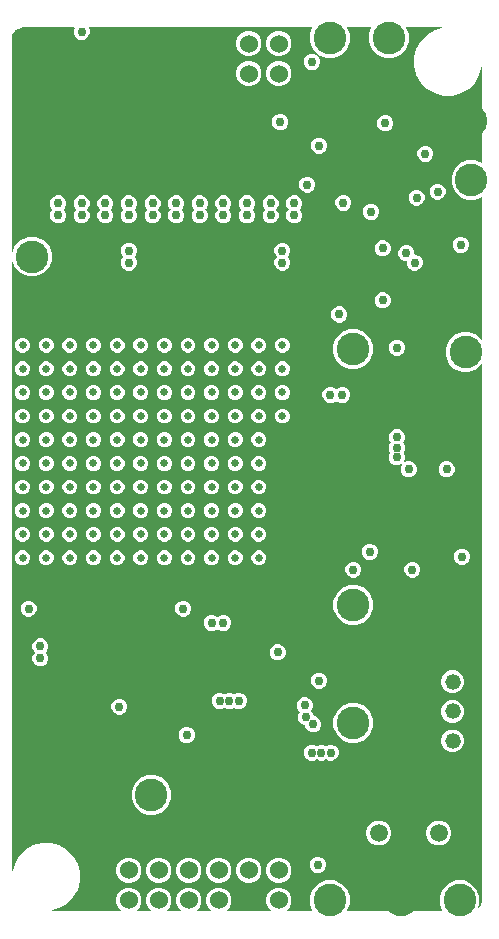
<source format=gbr>
G04 EAGLE Gerber RS-274X export*
G75*
%MOMM*%
%FSLAX34Y34*%
%LPD*%
%INCopper Layer 15*%
%IPPOS*%
%AMOC8*
5,1,8,0,0,1.08239X$1,22.5*%
G01*
%ADD10C,1.508000*%
%ADD11C,2.760000*%
%ADD12C,1.320800*%
%ADD13C,1.524000*%
%ADD14C,0.756400*%
%ADD15C,0.656400*%

G36*
X103164Y10929D02*
X103164Y10929D01*
X103190Y10926D01*
X103248Y10948D01*
X103308Y10962D01*
X103328Y10979D01*
X103352Y10988D01*
X103394Y11033D01*
X103442Y11072D01*
X103452Y11096D01*
X103470Y11115D01*
X103487Y11174D01*
X103513Y11231D01*
X103512Y11256D01*
X103519Y11281D01*
X103508Y11342D01*
X103506Y11404D01*
X103494Y11426D01*
X103489Y11452D01*
X103441Y11523D01*
X103423Y11556D01*
X103415Y11562D01*
X103408Y11572D01*
X100996Y13984D01*
X99379Y17887D01*
X99379Y22113D01*
X100996Y26016D01*
X103984Y29004D01*
X107887Y30621D01*
X112113Y30621D01*
X116016Y29004D01*
X119004Y26016D01*
X120621Y22113D01*
X120621Y17887D01*
X119004Y13984D01*
X116592Y11572D01*
X116578Y11550D01*
X116558Y11534D01*
X116533Y11477D01*
X116500Y11425D01*
X116498Y11399D01*
X116487Y11375D01*
X116490Y11314D01*
X116484Y11252D01*
X116493Y11228D01*
X116494Y11202D01*
X116524Y11148D01*
X116546Y11090D01*
X116564Y11073D01*
X116577Y11050D01*
X116627Y11015D01*
X116673Y10973D01*
X116697Y10965D01*
X116718Y10950D01*
X116803Y10934D01*
X116839Y10923D01*
X116849Y10925D01*
X116861Y10923D01*
X128539Y10923D01*
X128564Y10929D01*
X128590Y10926D01*
X128648Y10948D01*
X128708Y10962D01*
X128728Y10979D01*
X128752Y10988D01*
X128794Y11033D01*
X128842Y11072D01*
X128852Y11096D01*
X128870Y11115D01*
X128887Y11174D01*
X128913Y11231D01*
X128912Y11256D01*
X128919Y11281D01*
X128908Y11342D01*
X128906Y11404D01*
X128894Y11426D01*
X128889Y11452D01*
X128841Y11523D01*
X128823Y11556D01*
X128815Y11562D01*
X128808Y11572D01*
X126396Y13984D01*
X124779Y17887D01*
X124779Y22113D01*
X126396Y26016D01*
X129384Y29004D01*
X133287Y30621D01*
X137513Y30621D01*
X141416Y29004D01*
X144404Y26016D01*
X146021Y22113D01*
X146021Y17887D01*
X144404Y13984D01*
X141992Y11572D01*
X141978Y11550D01*
X141958Y11534D01*
X141933Y11477D01*
X141900Y11425D01*
X141898Y11399D01*
X141887Y11375D01*
X141890Y11314D01*
X141884Y11252D01*
X141893Y11228D01*
X141894Y11202D01*
X141924Y11148D01*
X141946Y11090D01*
X141964Y11073D01*
X141977Y11050D01*
X142027Y11015D01*
X142073Y10973D01*
X142097Y10965D01*
X142118Y10950D01*
X142203Y10934D01*
X142239Y10923D01*
X142249Y10925D01*
X142261Y10923D01*
X153939Y10923D01*
X153964Y10929D01*
X153990Y10926D01*
X154048Y10948D01*
X154108Y10962D01*
X154128Y10979D01*
X154152Y10988D01*
X154194Y11033D01*
X154242Y11072D01*
X154252Y11096D01*
X154270Y11115D01*
X154287Y11174D01*
X154313Y11231D01*
X154312Y11256D01*
X154319Y11281D01*
X154308Y11342D01*
X154306Y11404D01*
X154294Y11426D01*
X154289Y11452D01*
X154241Y11523D01*
X154223Y11556D01*
X154215Y11562D01*
X154208Y11572D01*
X151796Y13984D01*
X150179Y17887D01*
X150179Y22113D01*
X151796Y26016D01*
X154784Y29004D01*
X158687Y30621D01*
X162913Y30621D01*
X166816Y29004D01*
X169804Y26016D01*
X171421Y22113D01*
X171421Y17887D01*
X169804Y13984D01*
X167392Y11572D01*
X167378Y11550D01*
X167358Y11534D01*
X167333Y11477D01*
X167300Y11425D01*
X167298Y11399D01*
X167287Y11375D01*
X167290Y11314D01*
X167284Y11252D01*
X167293Y11228D01*
X167294Y11202D01*
X167324Y11148D01*
X167346Y11090D01*
X167364Y11073D01*
X167377Y11050D01*
X167427Y11015D01*
X167473Y10973D01*
X167497Y10965D01*
X167518Y10950D01*
X167603Y10934D01*
X167639Y10923D01*
X167649Y10925D01*
X167661Y10923D01*
X179339Y10923D01*
X179364Y10929D01*
X179390Y10926D01*
X179448Y10948D01*
X179508Y10962D01*
X179528Y10979D01*
X179552Y10988D01*
X179594Y11033D01*
X179642Y11072D01*
X179652Y11096D01*
X179670Y11115D01*
X179687Y11174D01*
X179713Y11231D01*
X179712Y11256D01*
X179719Y11281D01*
X179708Y11342D01*
X179706Y11404D01*
X179694Y11426D01*
X179689Y11452D01*
X179641Y11523D01*
X179623Y11556D01*
X179615Y11562D01*
X179608Y11572D01*
X177196Y13984D01*
X175579Y17887D01*
X175579Y22113D01*
X177196Y26016D01*
X180184Y29004D01*
X184087Y30621D01*
X188313Y30621D01*
X192216Y29004D01*
X195204Y26016D01*
X196821Y22113D01*
X196821Y17887D01*
X195204Y13984D01*
X192792Y11572D01*
X192778Y11550D01*
X192758Y11534D01*
X192733Y11477D01*
X192700Y11425D01*
X192698Y11399D01*
X192687Y11375D01*
X192690Y11314D01*
X192684Y11252D01*
X192693Y11228D01*
X192694Y11202D01*
X192724Y11148D01*
X192746Y11090D01*
X192764Y11073D01*
X192777Y11050D01*
X192827Y11015D01*
X192873Y10973D01*
X192897Y10965D01*
X192918Y10950D01*
X193003Y10934D01*
X193039Y10923D01*
X193049Y10925D01*
X193061Y10923D01*
X230139Y10923D01*
X230164Y10929D01*
X230190Y10926D01*
X230248Y10948D01*
X230308Y10962D01*
X230328Y10979D01*
X230352Y10988D01*
X230394Y11033D01*
X230442Y11072D01*
X230452Y11096D01*
X230470Y11115D01*
X230487Y11174D01*
X230513Y11231D01*
X230512Y11256D01*
X230519Y11281D01*
X230508Y11342D01*
X230506Y11404D01*
X230494Y11426D01*
X230489Y11452D01*
X230441Y11523D01*
X230423Y11556D01*
X230415Y11562D01*
X230408Y11572D01*
X227996Y13984D01*
X226379Y17887D01*
X226379Y22113D01*
X227996Y26016D01*
X230984Y29004D01*
X234887Y30621D01*
X239113Y30621D01*
X243016Y29004D01*
X246004Y26016D01*
X247621Y22113D01*
X247621Y17887D01*
X246004Y13984D01*
X243592Y11572D01*
X243578Y11550D01*
X243558Y11534D01*
X243533Y11477D01*
X243500Y11425D01*
X243498Y11399D01*
X243487Y11375D01*
X243490Y11314D01*
X243484Y11252D01*
X243493Y11228D01*
X243494Y11202D01*
X243524Y11148D01*
X243546Y11090D01*
X243564Y11073D01*
X243577Y11050D01*
X243627Y11015D01*
X243673Y10973D01*
X243697Y10965D01*
X243718Y10950D01*
X243803Y10934D01*
X243839Y10923D01*
X243849Y10925D01*
X243861Y10923D01*
X265006Y10923D01*
X265043Y10932D01*
X265082Y10930D01*
X265127Y10951D01*
X265175Y10962D01*
X265204Y10987D01*
X265239Y11003D01*
X265270Y11041D01*
X265308Y11072D01*
X265324Y11108D01*
X265348Y11137D01*
X265359Y11185D01*
X265379Y11231D01*
X265378Y11269D01*
X265386Y11307D01*
X265374Y11366D01*
X265373Y11404D01*
X265363Y11422D01*
X265357Y11449D01*
X263199Y16658D01*
X263199Y23342D01*
X265757Y29517D01*
X270483Y34243D01*
X276658Y36801D01*
X283342Y36801D01*
X289517Y34243D01*
X294243Y29517D01*
X296801Y23342D01*
X296801Y16658D01*
X294643Y11449D01*
X294637Y11411D01*
X294621Y11375D01*
X294623Y11326D01*
X294615Y11278D01*
X294626Y11241D01*
X294627Y11202D01*
X294651Y11159D01*
X294665Y11112D01*
X294692Y11084D01*
X294710Y11050D01*
X294751Y11022D01*
X294784Y10986D01*
X294820Y10973D01*
X294852Y10950D01*
X294911Y10939D01*
X294947Y10926D01*
X294968Y10928D01*
X294994Y10923D01*
X375006Y10923D01*
X375043Y10932D01*
X375082Y10930D01*
X375127Y10951D01*
X375175Y10962D01*
X375204Y10987D01*
X375239Y11003D01*
X375270Y11041D01*
X375308Y11072D01*
X375324Y11108D01*
X375348Y11137D01*
X375359Y11185D01*
X375379Y11231D01*
X375378Y11269D01*
X375386Y11307D01*
X375374Y11366D01*
X375373Y11404D01*
X375363Y11422D01*
X375357Y11449D01*
X373199Y16658D01*
X373199Y23342D01*
X375757Y29517D01*
X380483Y34243D01*
X386658Y36801D01*
X393342Y36801D01*
X399517Y34243D01*
X404243Y29517D01*
X406801Y23342D01*
X406801Y16658D01*
X405655Y13891D01*
X405643Y13822D01*
X405626Y13755D01*
X405629Y13738D01*
X405627Y13720D01*
X405647Y13653D01*
X405661Y13585D01*
X405672Y13571D01*
X405677Y13555D01*
X405725Y13504D01*
X405769Y13449D01*
X405784Y13441D01*
X405796Y13429D01*
X405862Y13405D01*
X405925Y13374D01*
X405942Y13375D01*
X405959Y13369D01*
X406028Y13376D01*
X406098Y13377D01*
X406116Y13385D01*
X406131Y13387D01*
X406164Y13408D01*
X406230Y13438D01*
X406373Y13543D01*
X406398Y13572D01*
X406457Y13627D01*
X408057Y15828D01*
X408072Y15864D01*
X408111Y15934D01*
X408952Y18522D01*
X408955Y18558D01*
X408969Y18610D01*
X409076Y19970D01*
X409074Y19983D01*
X409077Y20000D01*
X409077Y473399D01*
X409071Y473425D01*
X409074Y473450D01*
X409052Y473508D01*
X409038Y473568D01*
X409021Y473588D01*
X409012Y473612D01*
X408967Y473654D01*
X408928Y473702D01*
X408904Y473712D01*
X408885Y473730D01*
X408826Y473747D01*
X408769Y473773D01*
X408744Y473772D01*
X408719Y473779D01*
X408658Y473768D01*
X408596Y473766D01*
X408574Y473754D01*
X408548Y473749D01*
X408477Y473701D01*
X408444Y473683D01*
X408438Y473675D01*
X408428Y473668D01*
X404517Y469757D01*
X398342Y467199D01*
X391658Y467199D01*
X385483Y469757D01*
X380757Y474483D01*
X378199Y480658D01*
X378199Y487342D01*
X380757Y493517D01*
X385483Y498243D01*
X391658Y500801D01*
X398342Y500801D01*
X404517Y498243D01*
X408428Y494332D01*
X408450Y494318D01*
X408466Y494298D01*
X408513Y494277D01*
X408555Y494248D01*
X408566Y494246D01*
X408575Y494240D01*
X408601Y494238D01*
X408625Y494227D01*
X408656Y494228D01*
X408697Y494220D01*
X408722Y494226D01*
X408748Y494224D01*
X408772Y494233D01*
X408798Y494234D01*
X408831Y494252D01*
X408866Y494260D01*
X408885Y494276D01*
X408910Y494285D01*
X408927Y494304D01*
X408950Y494317D01*
X408971Y494347D01*
X408999Y494370D01*
X409010Y494393D01*
X409027Y494412D01*
X409035Y494437D01*
X409050Y494458D01*
X409058Y494500D01*
X409070Y494528D01*
X409069Y494554D01*
X409077Y494579D01*
X409075Y494588D01*
X409077Y494601D01*
X409077Y615006D01*
X409068Y615043D01*
X409070Y615082D01*
X409049Y615127D01*
X409038Y615175D01*
X409013Y615204D01*
X408997Y615239D01*
X408959Y615270D01*
X408928Y615308D01*
X408892Y615324D01*
X408863Y615348D01*
X408815Y615359D01*
X408769Y615379D01*
X408731Y615378D01*
X408693Y615386D01*
X408634Y615374D01*
X408596Y615373D01*
X408578Y615363D01*
X408551Y615357D01*
X403342Y613199D01*
X396658Y613199D01*
X390483Y615757D01*
X385757Y620483D01*
X383199Y626658D01*
X383199Y633342D01*
X385757Y639517D01*
X390483Y644243D01*
X396658Y646801D01*
X403342Y646801D01*
X408551Y644643D01*
X408589Y644637D01*
X408625Y644621D01*
X408674Y644623D01*
X408722Y644615D01*
X408759Y644626D01*
X408798Y644627D01*
X408841Y644651D01*
X408888Y644665D01*
X408916Y644692D01*
X408950Y644710D01*
X408978Y644751D01*
X409014Y644784D01*
X409027Y644820D01*
X409050Y644852D01*
X409061Y644911D01*
X409074Y644947D01*
X409072Y644968D01*
X409077Y644994D01*
X409077Y724893D01*
X409069Y724930D01*
X409070Y724968D01*
X409049Y725013D01*
X409038Y725062D01*
X409014Y725091D01*
X408998Y725125D01*
X408959Y725157D01*
X408928Y725195D01*
X408893Y725211D01*
X408864Y725235D01*
X408815Y725246D01*
X408769Y725266D01*
X408732Y725265D01*
X408695Y725273D01*
X408646Y725262D01*
X408596Y725260D01*
X408563Y725242D01*
X408526Y725233D01*
X408488Y725201D01*
X408444Y725177D01*
X408422Y725146D01*
X408393Y725122D01*
X408366Y725066D01*
X408344Y725035D01*
X408340Y725012D01*
X408330Y724991D01*
X406708Y718937D01*
X402934Y712402D01*
X397598Y707066D01*
X391063Y703292D01*
X383773Y701339D01*
X376227Y701339D01*
X368937Y703292D01*
X362402Y707066D01*
X357066Y712402D01*
X353292Y718937D01*
X352957Y720190D01*
X352447Y722091D01*
X351938Y723992D01*
X351429Y725893D01*
X351339Y726227D01*
X351339Y733773D01*
X353292Y741063D01*
X357066Y747598D01*
X362402Y752934D01*
X368937Y756708D01*
X374991Y758330D01*
X375025Y758348D01*
X375062Y758356D01*
X375100Y758388D01*
X375144Y758412D01*
X375166Y758442D01*
X375195Y758466D01*
X375216Y758512D01*
X375245Y758553D01*
X375251Y758590D01*
X375266Y758625D01*
X375264Y758674D01*
X375272Y758724D01*
X375261Y758760D01*
X375260Y758798D01*
X375236Y758842D01*
X375221Y758889D01*
X375195Y758917D01*
X375177Y758950D01*
X375136Y758979D01*
X375102Y759015D01*
X375066Y759028D01*
X375035Y759050D01*
X374975Y759061D01*
X374939Y759074D01*
X374916Y759073D01*
X374893Y759077D01*
X344994Y759077D01*
X344957Y759068D01*
X344918Y759070D01*
X344873Y759049D01*
X344825Y759038D01*
X344796Y759013D01*
X344761Y758997D01*
X344730Y758959D01*
X344692Y758928D01*
X344676Y758892D01*
X344652Y758863D01*
X344641Y758815D01*
X344621Y758769D01*
X344622Y758731D01*
X344614Y758693D01*
X344626Y758634D01*
X344627Y758596D01*
X344637Y758578D01*
X344643Y758551D01*
X346801Y753342D01*
X346801Y746658D01*
X344243Y740483D01*
X339517Y735757D01*
X333342Y733199D01*
X326658Y733199D01*
X320483Y735757D01*
X315757Y740483D01*
X313199Y746658D01*
X313199Y753342D01*
X315357Y758551D01*
X315363Y758589D01*
X315379Y758625D01*
X315377Y758674D01*
X315385Y758722D01*
X315374Y758759D01*
X315373Y758798D01*
X315349Y758841D01*
X315335Y758888D01*
X315308Y758916D01*
X315290Y758950D01*
X315249Y758978D01*
X315216Y759014D01*
X315180Y759027D01*
X315148Y759050D01*
X315089Y759061D01*
X315053Y759074D01*
X315032Y759072D01*
X315006Y759077D01*
X294994Y759077D01*
X294957Y759068D01*
X294918Y759070D01*
X294873Y759049D01*
X294825Y759038D01*
X294796Y759013D01*
X294761Y758997D01*
X294730Y758959D01*
X294692Y758928D01*
X294676Y758892D01*
X294652Y758863D01*
X294641Y758815D01*
X294621Y758769D01*
X294622Y758731D01*
X294614Y758693D01*
X294626Y758634D01*
X294627Y758596D01*
X294637Y758578D01*
X294643Y758551D01*
X296801Y753342D01*
X296801Y746658D01*
X294243Y740483D01*
X289517Y735757D01*
X283342Y733199D01*
X276658Y733199D01*
X270483Y735757D01*
X265757Y740483D01*
X263199Y746658D01*
X263199Y753342D01*
X265357Y758551D01*
X265363Y758589D01*
X265379Y758625D01*
X265377Y758674D01*
X265385Y758722D01*
X265374Y758759D01*
X265373Y758798D01*
X265349Y758841D01*
X265335Y758888D01*
X265308Y758916D01*
X265290Y758950D01*
X265249Y758978D01*
X265216Y759014D01*
X265180Y759027D01*
X265148Y759050D01*
X265089Y759061D01*
X265053Y759074D01*
X265032Y759072D01*
X265006Y759077D01*
X76344Y759077D01*
X76307Y759068D01*
X76268Y759070D01*
X76224Y759049D01*
X76176Y759038D01*
X76146Y759013D01*
X76111Y758997D01*
X76080Y758959D01*
X76042Y758928D01*
X76026Y758892D01*
X76002Y758863D01*
X75991Y758815D01*
X75971Y758769D01*
X75973Y758731D01*
X75964Y758693D01*
X75976Y758634D01*
X75978Y758596D01*
X75988Y758578D01*
X75993Y758551D01*
X76783Y756645D01*
X76783Y753947D01*
X75750Y751454D01*
X73842Y749546D01*
X71349Y748513D01*
X68651Y748513D01*
X66158Y749546D01*
X64250Y751454D01*
X63217Y753947D01*
X63217Y756645D01*
X64007Y758551D01*
X64013Y758589D01*
X64029Y758625D01*
X64027Y758674D01*
X64035Y758722D01*
X64024Y758759D01*
X64022Y758798D01*
X63999Y758841D01*
X63984Y758888D01*
X63958Y758916D01*
X63940Y758950D01*
X63899Y758978D01*
X63865Y759014D01*
X63829Y759027D01*
X63798Y759050D01*
X63738Y759061D01*
X63703Y759074D01*
X63682Y759072D01*
X63656Y759077D01*
X20000Y759077D01*
X19987Y759074D01*
X19970Y759076D01*
X18610Y758969D01*
X18576Y758958D01*
X18522Y758952D01*
X15934Y758111D01*
X15901Y758091D01*
X15871Y758077D01*
X15862Y758075D01*
X15856Y758070D01*
X15828Y758057D01*
X13627Y756457D01*
X13602Y756428D01*
X13543Y756373D01*
X11943Y754172D01*
X11928Y754136D01*
X11889Y754066D01*
X11048Y751478D01*
X11045Y751442D01*
X11031Y751390D01*
X10924Y750030D01*
X10926Y750017D01*
X10923Y750000D01*
X10923Y569586D01*
X10926Y569573D01*
X10924Y569560D01*
X10945Y569489D01*
X10962Y569417D01*
X10970Y569407D01*
X10974Y569395D01*
X11025Y569341D01*
X11072Y569283D01*
X11084Y569278D01*
X11093Y569269D01*
X11163Y569243D01*
X11231Y569213D01*
X11244Y569213D01*
X11256Y569209D01*
X11329Y569216D01*
X11404Y569219D01*
X11415Y569225D01*
X11428Y569227D01*
X11491Y569266D01*
X11556Y569302D01*
X11563Y569313D01*
X11574Y569319D01*
X11654Y569440D01*
X13757Y574517D01*
X18483Y579243D01*
X24658Y581801D01*
X31342Y581801D01*
X37517Y579243D01*
X42243Y574517D01*
X44801Y568342D01*
X44801Y561658D01*
X42243Y555483D01*
X37517Y550757D01*
X31342Y548199D01*
X24658Y548199D01*
X18483Y550757D01*
X13757Y555483D01*
X11654Y560560D01*
X11647Y560570D01*
X11644Y560583D01*
X11600Y560636D01*
X11599Y560637D01*
X11597Y560640D01*
X11553Y560700D01*
X11542Y560707D01*
X11534Y560717D01*
X11466Y560747D01*
X11400Y560782D01*
X11387Y560782D01*
X11375Y560787D01*
X11301Y560785D01*
X11227Y560787D01*
X11215Y560781D01*
X11202Y560781D01*
X11137Y560745D01*
X11070Y560714D01*
X11061Y560704D01*
X11050Y560698D01*
X11007Y560638D01*
X10961Y560580D01*
X10958Y560567D01*
X10950Y560556D01*
X10932Y560461D01*
X10930Y560456D01*
X10930Y560451D01*
X10923Y560414D01*
X10923Y45107D01*
X10931Y45070D01*
X10930Y45032D01*
X10951Y44987D01*
X10962Y44938D01*
X10986Y44909D01*
X11002Y44875D01*
X11041Y44843D01*
X11072Y44805D01*
X11107Y44789D01*
X11136Y44765D01*
X11185Y44754D01*
X11231Y44734D01*
X11268Y44735D01*
X11305Y44727D01*
X11354Y44738D01*
X11404Y44740D01*
X11437Y44758D01*
X11474Y44767D01*
X11512Y44799D01*
X11556Y44823D01*
X11578Y44854D01*
X11607Y44878D01*
X11634Y44934D01*
X11656Y44965D01*
X11660Y44988D01*
X11670Y45009D01*
X13292Y51063D01*
X17066Y57598D01*
X22402Y62934D01*
X28937Y66708D01*
X36227Y68661D01*
X43773Y68661D01*
X51063Y66708D01*
X57598Y62934D01*
X62934Y57598D01*
X66708Y51063D01*
X68661Y43773D01*
X68661Y36227D01*
X66708Y28937D01*
X62934Y22402D01*
X57598Y17066D01*
X51063Y13292D01*
X45009Y11670D01*
X44975Y11652D01*
X44938Y11644D01*
X44900Y11612D01*
X44856Y11588D01*
X44834Y11558D01*
X44805Y11534D01*
X44784Y11488D01*
X44755Y11447D01*
X44749Y11410D01*
X44734Y11375D01*
X44736Y11326D01*
X44728Y11276D01*
X44739Y11240D01*
X44740Y11202D01*
X44764Y11158D01*
X44779Y11111D01*
X44805Y11083D01*
X44823Y11050D01*
X44864Y11021D01*
X44898Y10985D01*
X44934Y10972D01*
X44965Y10950D01*
X45025Y10939D01*
X45061Y10926D01*
X45084Y10927D01*
X45107Y10923D01*
X103139Y10923D01*
X103164Y10929D01*
G37*
%LPC*%
G36*
X125658Y92199D02*
X125658Y92199D01*
X119483Y94757D01*
X114757Y99483D01*
X112199Y105658D01*
X112199Y112342D01*
X114757Y118517D01*
X119483Y123243D01*
X125658Y125801D01*
X132342Y125801D01*
X138517Y123243D01*
X143243Y118517D01*
X145801Y112342D01*
X145801Y105658D01*
X143243Y99483D01*
X138517Y94757D01*
X132342Y92199D01*
X125658Y92199D01*
G37*
%LPD*%
%LPC*%
G36*
X296658Y153199D02*
X296658Y153199D01*
X290483Y155757D01*
X285757Y160483D01*
X283199Y166658D01*
X283199Y173342D01*
X285757Y179517D01*
X290483Y184243D01*
X296658Y186801D01*
X303342Y186801D01*
X309517Y184243D01*
X314243Y179517D01*
X316801Y173342D01*
X316801Y166658D01*
X314243Y160483D01*
X309517Y155757D01*
X303342Y153199D01*
X296658Y153199D01*
G37*
%LPD*%
%LPC*%
G36*
X296158Y470199D02*
X296158Y470199D01*
X289983Y472757D01*
X285257Y477483D01*
X282699Y483658D01*
X282699Y490342D01*
X285257Y496517D01*
X289983Y501243D01*
X296158Y503801D01*
X302842Y503801D01*
X309017Y501243D01*
X313743Y496517D01*
X316301Y490342D01*
X316301Y483658D01*
X313743Y477483D01*
X309017Y472757D01*
X302842Y470199D01*
X296158Y470199D01*
G37*
%LPD*%
%LPC*%
G36*
X296658Y253199D02*
X296658Y253199D01*
X290483Y255757D01*
X285757Y260483D01*
X283199Y266658D01*
X283199Y273342D01*
X285757Y279517D01*
X290483Y284243D01*
X296658Y286801D01*
X303342Y286801D01*
X309517Y284243D01*
X314243Y279517D01*
X316801Y273342D01*
X316801Y266658D01*
X314243Y260483D01*
X309517Y255757D01*
X303342Y253199D01*
X296658Y253199D01*
G37*
%LPD*%
%LPC*%
G36*
X345651Y378217D02*
X345651Y378217D01*
X343158Y379250D01*
X341250Y381158D01*
X340217Y383651D01*
X340217Y386349D01*
X341187Y388690D01*
X341191Y388716D01*
X341203Y388738D01*
X341205Y388800D01*
X341215Y388861D01*
X341207Y388886D01*
X341208Y388912D01*
X341182Y388968D01*
X341164Y389027D01*
X341147Y389045D01*
X341136Y389069D01*
X341088Y389108D01*
X341045Y389153D01*
X341021Y389162D01*
X341001Y389178D01*
X340941Y389191D01*
X340883Y389213D01*
X340857Y389210D01*
X340832Y389216D01*
X340748Y389199D01*
X340711Y389195D01*
X340702Y389189D01*
X340690Y389187D01*
X338349Y388217D01*
X335651Y388217D01*
X333158Y389250D01*
X331250Y391158D01*
X330217Y393651D01*
X330217Y396349D01*
X331255Y398854D01*
X331267Y398930D01*
X331284Y399004D01*
X331281Y399016D01*
X331283Y399025D01*
X331272Y399061D01*
X331255Y399146D01*
X330217Y401651D01*
X330217Y404349D01*
X331250Y406842D01*
X331639Y407231D01*
X331666Y407275D01*
X331700Y407312D01*
X331711Y407347D01*
X331730Y407378D01*
X331735Y407429D01*
X331750Y407478D01*
X331743Y407514D01*
X331747Y407551D01*
X331729Y407598D01*
X331720Y407649D01*
X331696Y407684D01*
X331685Y407713D01*
X331663Y407734D01*
X331639Y407769D01*
X331250Y408158D01*
X330217Y410651D01*
X330217Y413349D01*
X331250Y415842D01*
X333158Y417750D01*
X335651Y418783D01*
X338349Y418783D01*
X340842Y417750D01*
X342750Y415842D01*
X343783Y413349D01*
X343783Y410651D01*
X342750Y408158D01*
X342361Y407769D01*
X342353Y407755D01*
X342351Y407754D01*
X342349Y407749D01*
X342334Y407726D01*
X342300Y407688D01*
X342289Y407653D01*
X342270Y407622D01*
X342265Y407571D01*
X342250Y407522D01*
X342257Y407486D01*
X342253Y407449D01*
X342271Y407402D01*
X342280Y407351D01*
X342304Y407316D01*
X342315Y407287D01*
X342337Y407266D01*
X342361Y407231D01*
X342750Y406842D01*
X343783Y404349D01*
X343783Y401651D01*
X342745Y399146D01*
X342733Y399070D01*
X342716Y398996D01*
X342719Y398984D01*
X342717Y398975D01*
X342728Y398939D01*
X342745Y398854D01*
X343783Y396349D01*
X343783Y393651D01*
X342813Y391310D01*
X342809Y391284D01*
X342797Y391262D01*
X342796Y391249D01*
X342795Y391245D01*
X342796Y391219D01*
X342795Y391200D01*
X342785Y391139D01*
X342793Y391114D01*
X342792Y391088D01*
X342818Y391032D01*
X342836Y390973D01*
X342853Y390955D01*
X342864Y390931D01*
X342912Y390892D01*
X342955Y390847D01*
X342979Y390838D01*
X342999Y390822D01*
X343059Y390809D01*
X343117Y390787D01*
X343143Y390790D01*
X343168Y390784D01*
X343252Y390801D01*
X343289Y390805D01*
X343298Y390811D01*
X343310Y390813D01*
X345651Y391783D01*
X348349Y391783D01*
X350842Y390750D01*
X352750Y388842D01*
X353783Y386349D01*
X353783Y383651D01*
X352750Y381158D01*
X350842Y379250D01*
X348349Y378217D01*
X345651Y378217D01*
G37*
%LPD*%
%LPC*%
G36*
X264651Y162217D02*
X264651Y162217D01*
X262158Y163250D01*
X260250Y165158D01*
X259217Y167651D01*
X259217Y167837D01*
X259206Y167887D01*
X259204Y167938D01*
X259186Y167970D01*
X259178Y168006D01*
X259145Y168045D01*
X259121Y168090D01*
X259091Y168111D01*
X259068Y168139D01*
X259021Y168160D01*
X258979Y168190D01*
X258937Y168198D01*
X258909Y168210D01*
X258879Y168209D01*
X258837Y168217D01*
X258651Y168217D01*
X256158Y169250D01*
X254250Y171158D01*
X253217Y173651D01*
X253217Y176349D01*
X254250Y178842D01*
X254639Y179231D01*
X254666Y179274D01*
X254700Y179312D01*
X254711Y179347D01*
X254730Y179378D01*
X254735Y179429D01*
X254750Y179478D01*
X254743Y179514D01*
X254747Y179551D01*
X254729Y179598D01*
X254720Y179649D01*
X254696Y179684D01*
X254685Y179713D01*
X254663Y179734D01*
X254639Y179769D01*
X253250Y181158D01*
X252217Y183651D01*
X252217Y186349D01*
X253250Y188842D01*
X255158Y190750D01*
X257651Y191783D01*
X260349Y191783D01*
X262842Y190750D01*
X264750Y188842D01*
X265783Y186349D01*
X265783Y183651D01*
X264750Y181158D01*
X264361Y180769D01*
X264351Y180752D01*
X264342Y180745D01*
X264332Y180723D01*
X264300Y180688D01*
X264289Y180653D01*
X264270Y180622D01*
X264265Y180571D01*
X264250Y180522D01*
X264257Y180486D01*
X264253Y180449D01*
X264271Y180401D01*
X264280Y180351D01*
X264304Y180316D01*
X264315Y180287D01*
X264337Y180266D01*
X264361Y180231D01*
X265750Y178842D01*
X266783Y176349D01*
X266783Y176163D01*
X266794Y176113D01*
X266796Y176062D01*
X266814Y176030D01*
X266822Y175994D01*
X266855Y175955D01*
X266879Y175910D01*
X266909Y175889D01*
X266932Y175861D01*
X266979Y175840D01*
X267021Y175810D01*
X267063Y175802D01*
X267091Y175790D01*
X267121Y175791D01*
X267163Y175783D01*
X267349Y175783D01*
X269842Y174750D01*
X271750Y172842D01*
X272783Y170349D01*
X272783Y167651D01*
X271750Y165158D01*
X269842Y163250D01*
X267349Y162217D01*
X264651Y162217D01*
G37*
%LPD*%
%LPC*%
G36*
X158687Y34779D02*
X158687Y34779D01*
X154784Y36396D01*
X151796Y39384D01*
X150179Y43287D01*
X150179Y47513D01*
X151796Y51416D01*
X154784Y54404D01*
X158687Y56021D01*
X162913Y56021D01*
X166816Y54404D01*
X169804Y51416D01*
X171421Y47513D01*
X171421Y43287D01*
X169804Y39384D01*
X166816Y36396D01*
X162913Y34779D01*
X158687Y34779D01*
G37*
%LPD*%
%LPC*%
G36*
X133287Y34779D02*
X133287Y34779D01*
X129384Y36396D01*
X126396Y39384D01*
X124779Y43287D01*
X124779Y47513D01*
X126396Y51416D01*
X129384Y54404D01*
X133287Y56021D01*
X137513Y56021D01*
X141416Y54404D01*
X144404Y51416D01*
X146021Y47513D01*
X146021Y43287D01*
X144404Y39384D01*
X141416Y36396D01*
X137513Y34779D01*
X133287Y34779D01*
G37*
%LPD*%
%LPC*%
G36*
X209487Y709379D02*
X209487Y709379D01*
X205584Y710996D01*
X202596Y713984D01*
X200979Y717887D01*
X200979Y722113D01*
X202596Y726016D01*
X205584Y729004D01*
X209487Y730621D01*
X213713Y730621D01*
X217616Y729004D01*
X220604Y726016D01*
X222221Y722113D01*
X222221Y717887D01*
X220604Y713984D01*
X217616Y710996D01*
X213713Y709379D01*
X209487Y709379D01*
G37*
%LPD*%
%LPC*%
G36*
X234887Y709379D02*
X234887Y709379D01*
X230984Y710996D01*
X227996Y713984D01*
X226379Y717887D01*
X226379Y722113D01*
X227996Y726016D01*
X230984Y729004D01*
X234887Y730621D01*
X239113Y730621D01*
X243016Y729004D01*
X246004Y726016D01*
X247621Y722113D01*
X247621Y717887D01*
X246004Y713984D01*
X243016Y710996D01*
X239113Y709379D01*
X234887Y709379D01*
G37*
%LPD*%
%LPC*%
G36*
X209487Y34779D02*
X209487Y34779D01*
X205584Y36396D01*
X202596Y39384D01*
X200979Y43287D01*
X200979Y47513D01*
X202596Y51416D01*
X205584Y54404D01*
X209487Y56021D01*
X213713Y56021D01*
X217616Y54404D01*
X220604Y51416D01*
X222221Y47513D01*
X222221Y43287D01*
X220604Y39384D01*
X217616Y36396D01*
X213713Y34779D01*
X209487Y34779D01*
G37*
%LPD*%
%LPC*%
G36*
X234887Y34779D02*
X234887Y34779D01*
X230984Y36396D01*
X227996Y39384D01*
X226379Y43287D01*
X226379Y47513D01*
X227996Y51416D01*
X230984Y54404D01*
X234887Y56021D01*
X239113Y56021D01*
X243016Y54404D01*
X246004Y51416D01*
X247621Y47513D01*
X247621Y43287D01*
X246004Y39384D01*
X243016Y36396D01*
X239113Y34779D01*
X234887Y34779D01*
G37*
%LPD*%
%LPC*%
G36*
X107887Y34779D02*
X107887Y34779D01*
X103984Y36396D01*
X100996Y39384D01*
X99379Y43287D01*
X99379Y47513D01*
X100996Y51416D01*
X103984Y54404D01*
X107887Y56021D01*
X112113Y56021D01*
X116016Y54404D01*
X119004Y51416D01*
X120621Y47513D01*
X120621Y43287D01*
X119004Y39384D01*
X116016Y36396D01*
X112113Y34779D01*
X107887Y34779D01*
G37*
%LPD*%
%LPC*%
G36*
X234887Y734779D02*
X234887Y734779D01*
X230984Y736396D01*
X227996Y739384D01*
X226379Y743287D01*
X226379Y747513D01*
X227996Y751416D01*
X230984Y754404D01*
X234887Y756021D01*
X239113Y756021D01*
X243016Y754404D01*
X246004Y751416D01*
X247621Y747513D01*
X247621Y743287D01*
X246004Y739384D01*
X243016Y736396D01*
X239113Y734779D01*
X234887Y734779D01*
G37*
%LPD*%
%LPC*%
G36*
X184087Y34779D02*
X184087Y34779D01*
X180184Y36396D01*
X177196Y39384D01*
X175579Y43287D01*
X175579Y47513D01*
X177196Y51416D01*
X180184Y54404D01*
X184087Y56021D01*
X188313Y56021D01*
X192216Y54404D01*
X195204Y51416D01*
X196821Y47513D01*
X196821Y43287D01*
X195204Y39384D01*
X192216Y36396D01*
X188313Y34779D01*
X184087Y34779D01*
G37*
%LPD*%
%LPC*%
G36*
X209487Y734779D02*
X209487Y734779D01*
X205584Y736396D01*
X202596Y739384D01*
X200979Y743287D01*
X200979Y747513D01*
X202596Y751416D01*
X205584Y754404D01*
X209487Y756021D01*
X213713Y756021D01*
X217616Y754404D01*
X220604Y751416D01*
X222221Y747513D01*
X222221Y743287D01*
X220604Y739384D01*
X217616Y736396D01*
X213713Y734779D01*
X209487Y734779D01*
G37*
%LPD*%
%LPC*%
G36*
X370303Y66459D02*
X370303Y66459D01*
X366429Y68064D01*
X363464Y71029D01*
X361859Y74903D01*
X361859Y79097D01*
X363464Y82971D01*
X366429Y85936D01*
X370303Y87541D01*
X374497Y87541D01*
X378371Y85936D01*
X381336Y82971D01*
X382941Y79097D01*
X382941Y74903D01*
X381336Y71029D01*
X378371Y68064D01*
X374497Y66459D01*
X370303Y66459D01*
G37*
%LPD*%
%LPC*%
G36*
X319503Y66459D02*
X319503Y66459D01*
X315629Y68064D01*
X312664Y71029D01*
X311059Y74903D01*
X311059Y79097D01*
X312664Y82971D01*
X315629Y85936D01*
X319503Y87541D01*
X323697Y87541D01*
X327571Y85936D01*
X330536Y82971D01*
X332141Y79097D01*
X332141Y74903D01*
X330536Y71029D01*
X327571Y68064D01*
X323697Y66459D01*
X319503Y66459D01*
G37*
%LPD*%
%LPC*%
G36*
X263651Y138217D02*
X263651Y138217D01*
X261158Y139250D01*
X259250Y141158D01*
X258217Y143651D01*
X258217Y146349D01*
X259250Y148842D01*
X261158Y150750D01*
X263651Y151783D01*
X266349Y151783D01*
X268854Y150745D01*
X268930Y150733D01*
X269004Y150716D01*
X269016Y150719D01*
X269025Y150717D01*
X269061Y150728D01*
X269146Y150745D01*
X271651Y151783D01*
X274349Y151783D01*
X276854Y150745D01*
X276930Y150733D01*
X277004Y150716D01*
X277016Y150719D01*
X277025Y150717D01*
X277061Y150728D01*
X277146Y150745D01*
X279651Y151783D01*
X282349Y151783D01*
X284842Y150750D01*
X286750Y148842D01*
X287783Y146349D01*
X287783Y143651D01*
X286750Y141158D01*
X284842Y139250D01*
X282349Y138217D01*
X279651Y138217D01*
X277146Y139255D01*
X277070Y139267D01*
X276996Y139284D01*
X276984Y139281D01*
X276975Y139283D01*
X276939Y139272D01*
X276854Y139255D01*
X274349Y138217D01*
X271651Y138217D01*
X269146Y139255D01*
X269070Y139267D01*
X268996Y139284D01*
X268984Y139281D01*
X268975Y139283D01*
X268939Y139272D01*
X268854Y139255D01*
X266349Y138217D01*
X263651Y138217D01*
G37*
%LPD*%
%LPC*%
G36*
X185651Y182217D02*
X185651Y182217D01*
X183158Y183250D01*
X181250Y185158D01*
X180217Y187651D01*
X180217Y190349D01*
X181250Y192842D01*
X183158Y194750D01*
X185651Y195783D01*
X188349Y195783D01*
X190854Y194745D01*
X190930Y194733D01*
X191004Y194716D01*
X191016Y194719D01*
X191025Y194717D01*
X191061Y194728D01*
X191146Y194745D01*
X193651Y195783D01*
X196349Y195783D01*
X198854Y194745D01*
X198930Y194733D01*
X199004Y194716D01*
X199016Y194719D01*
X199025Y194717D01*
X199061Y194728D01*
X199146Y194745D01*
X201651Y195783D01*
X204349Y195783D01*
X206842Y194750D01*
X208750Y192842D01*
X209783Y190349D01*
X209783Y187651D01*
X208750Y185158D01*
X206842Y183250D01*
X204349Y182217D01*
X201651Y182217D01*
X199146Y183255D01*
X199070Y183267D01*
X198996Y183284D01*
X198984Y183281D01*
X198975Y183283D01*
X198939Y183272D01*
X198854Y183255D01*
X196349Y182217D01*
X193651Y182217D01*
X191146Y183255D01*
X191070Y183267D01*
X190996Y183284D01*
X190984Y183281D01*
X190975Y183283D01*
X190939Y183272D01*
X190854Y183255D01*
X188349Y182217D01*
X185651Y182217D01*
G37*
%LPD*%
%LPC*%
G36*
X382089Y170287D02*
X382089Y170287D01*
X378559Y171750D01*
X375858Y174451D01*
X374395Y177981D01*
X374395Y181803D01*
X375858Y185333D01*
X378559Y188034D01*
X382089Y189497D01*
X385911Y189497D01*
X389441Y188034D01*
X392142Y185333D01*
X393605Y181803D01*
X393605Y177981D01*
X392142Y174451D01*
X389441Y171750D01*
X385911Y170287D01*
X382089Y170287D01*
G37*
%LPD*%
%LPC*%
G36*
X382089Y145395D02*
X382089Y145395D01*
X378559Y146858D01*
X375858Y149559D01*
X374395Y153089D01*
X374395Y156911D01*
X375858Y160441D01*
X378559Y163142D01*
X382089Y164605D01*
X385911Y164605D01*
X389441Y163142D01*
X392142Y160441D01*
X393605Y156911D01*
X393605Y153089D01*
X392142Y149559D01*
X389441Y146858D01*
X385911Y145395D01*
X382089Y145395D01*
G37*
%LPD*%
%LPC*%
G36*
X382089Y195433D02*
X382089Y195433D01*
X378559Y196896D01*
X375858Y199597D01*
X374395Y203127D01*
X374395Y206949D01*
X375858Y210479D01*
X378559Y213180D01*
X382089Y214643D01*
X385911Y214643D01*
X389441Y213180D01*
X392142Y210479D01*
X393605Y206949D01*
X393605Y203127D01*
X392142Y199597D01*
X389441Y196896D01*
X385911Y195433D01*
X382089Y195433D01*
G37*
%LPD*%
%LPC*%
G36*
X350651Y553217D02*
X350651Y553217D01*
X348158Y554250D01*
X346250Y556158D01*
X345217Y558651D01*
X345217Y560837D01*
X345206Y560887D01*
X345204Y560938D01*
X345186Y560970D01*
X345178Y561006D01*
X345145Y561045D01*
X345121Y561090D01*
X345091Y561111D01*
X345068Y561139D01*
X345021Y561160D01*
X344979Y561190D01*
X344937Y561198D01*
X344909Y561210D01*
X344879Y561209D01*
X344837Y561217D01*
X343651Y561217D01*
X341158Y562250D01*
X339250Y564158D01*
X338217Y566651D01*
X338217Y569349D01*
X339250Y571842D01*
X341158Y573750D01*
X343651Y574783D01*
X346349Y574783D01*
X348842Y573750D01*
X350750Y571842D01*
X351783Y569349D01*
X351783Y567163D01*
X351794Y567113D01*
X351796Y567062D01*
X351814Y567030D01*
X351822Y566994D01*
X351855Y566955D01*
X351879Y566910D01*
X351909Y566889D01*
X351932Y566861D01*
X351979Y566840D01*
X352021Y566810D01*
X352063Y566802D01*
X352091Y566790D01*
X352121Y566791D01*
X352163Y566783D01*
X353349Y566783D01*
X355842Y565750D01*
X357750Y563842D01*
X358783Y561349D01*
X358783Y558651D01*
X357750Y556158D01*
X355842Y554250D01*
X353349Y553217D01*
X350651Y553217D01*
G37*
%LPD*%
%LPC*%
G36*
X148651Y593217D02*
X148651Y593217D01*
X146158Y594250D01*
X144250Y596158D01*
X143217Y598651D01*
X143217Y601349D01*
X144250Y603842D01*
X145139Y604731D01*
X145166Y604774D01*
X145200Y604812D01*
X145211Y604847D01*
X145230Y604878D01*
X145235Y604929D01*
X145250Y604978D01*
X145243Y605014D01*
X145247Y605051D01*
X145229Y605098D01*
X145220Y605149D01*
X145196Y605184D01*
X145185Y605213D01*
X145163Y605234D01*
X145139Y605269D01*
X144250Y606158D01*
X143217Y608651D01*
X143217Y611349D01*
X144250Y613842D01*
X146158Y615750D01*
X148651Y616783D01*
X151349Y616783D01*
X153842Y615750D01*
X155750Y613842D01*
X156783Y611349D01*
X156783Y608651D01*
X155750Y606158D01*
X154861Y605269D01*
X154834Y605226D01*
X154800Y605188D01*
X154789Y605153D01*
X154770Y605122D01*
X154765Y605071D01*
X154750Y605022D01*
X154757Y604986D01*
X154753Y604949D01*
X154771Y604902D01*
X154780Y604851D01*
X154804Y604816D01*
X154815Y604787D01*
X154837Y604766D01*
X154861Y604731D01*
X155750Y603842D01*
X156783Y601349D01*
X156783Y598651D01*
X155750Y596158D01*
X153842Y594250D01*
X151349Y593217D01*
X148651Y593217D01*
G37*
%LPD*%
%LPC*%
G36*
X48651Y593217D02*
X48651Y593217D01*
X46158Y594250D01*
X44250Y596158D01*
X43217Y598651D01*
X43217Y601349D01*
X44250Y603842D01*
X45139Y604731D01*
X45166Y604774D01*
X45200Y604812D01*
X45211Y604847D01*
X45230Y604878D01*
X45235Y604929D01*
X45250Y604978D01*
X45243Y605014D01*
X45247Y605051D01*
X45229Y605098D01*
X45220Y605149D01*
X45196Y605184D01*
X45185Y605213D01*
X45163Y605234D01*
X45139Y605269D01*
X44250Y606158D01*
X43217Y608651D01*
X43217Y611349D01*
X44250Y613842D01*
X46158Y615750D01*
X48651Y616783D01*
X51349Y616783D01*
X53842Y615750D01*
X55750Y613842D01*
X56783Y611349D01*
X56783Y608651D01*
X55750Y606158D01*
X54861Y605269D01*
X54834Y605226D01*
X54800Y605188D01*
X54789Y605153D01*
X54770Y605122D01*
X54765Y605071D01*
X54750Y605022D01*
X54757Y604986D01*
X54753Y604949D01*
X54771Y604902D01*
X54780Y604851D01*
X54804Y604816D01*
X54815Y604787D01*
X54837Y604766D01*
X54861Y604731D01*
X55750Y603842D01*
X56783Y601349D01*
X56783Y598651D01*
X55750Y596158D01*
X53842Y594250D01*
X51349Y593217D01*
X48651Y593217D01*
G37*
%LPD*%
%LPC*%
G36*
X108651Y593217D02*
X108651Y593217D01*
X106158Y594250D01*
X104250Y596158D01*
X103217Y598651D01*
X103217Y601349D01*
X104250Y603842D01*
X105139Y604731D01*
X105166Y604774D01*
X105200Y604812D01*
X105211Y604847D01*
X105230Y604878D01*
X105235Y604929D01*
X105250Y604978D01*
X105243Y605014D01*
X105247Y605051D01*
X105229Y605098D01*
X105220Y605149D01*
X105196Y605184D01*
X105185Y605213D01*
X105163Y605234D01*
X105139Y605269D01*
X104250Y606158D01*
X103217Y608651D01*
X103217Y611349D01*
X104250Y613842D01*
X106158Y615750D01*
X108651Y616783D01*
X111349Y616783D01*
X113842Y615750D01*
X115750Y613842D01*
X116783Y611349D01*
X116783Y608651D01*
X115750Y606158D01*
X114861Y605269D01*
X114834Y605226D01*
X114800Y605188D01*
X114789Y605153D01*
X114770Y605122D01*
X114765Y605071D01*
X114750Y605022D01*
X114757Y604986D01*
X114753Y604949D01*
X114771Y604902D01*
X114780Y604851D01*
X114804Y604816D01*
X114815Y604787D01*
X114837Y604766D01*
X114861Y604731D01*
X115750Y603842D01*
X116783Y601349D01*
X116783Y598651D01*
X115750Y596158D01*
X113842Y594250D01*
X111349Y593217D01*
X108651Y593217D01*
G37*
%LPD*%
%LPC*%
G36*
X248651Y593217D02*
X248651Y593217D01*
X246158Y594250D01*
X244250Y596158D01*
X243217Y598651D01*
X243217Y601349D01*
X244250Y603842D01*
X245139Y604731D01*
X245166Y604774D01*
X245200Y604812D01*
X245211Y604847D01*
X245230Y604878D01*
X245235Y604929D01*
X245250Y604978D01*
X245243Y605014D01*
X245247Y605051D01*
X245229Y605098D01*
X245220Y605149D01*
X245196Y605184D01*
X245185Y605213D01*
X245163Y605234D01*
X245139Y605269D01*
X244250Y606158D01*
X243217Y608651D01*
X243217Y611349D01*
X244250Y613842D01*
X246158Y615750D01*
X248651Y616783D01*
X251349Y616783D01*
X253842Y615750D01*
X255750Y613842D01*
X256783Y611349D01*
X256783Y608651D01*
X255750Y606158D01*
X254861Y605269D01*
X254834Y605226D01*
X254800Y605188D01*
X254789Y605153D01*
X254770Y605122D01*
X254765Y605071D01*
X254750Y605022D01*
X254757Y604986D01*
X254753Y604949D01*
X254771Y604902D01*
X254780Y604851D01*
X254804Y604816D01*
X254815Y604787D01*
X254837Y604766D01*
X254861Y604731D01*
X255750Y603842D01*
X256783Y601349D01*
X256783Y598651D01*
X255750Y596158D01*
X253842Y594250D01*
X251349Y593217D01*
X248651Y593217D01*
G37*
%LPD*%
%LPC*%
G36*
X228651Y593217D02*
X228651Y593217D01*
X226158Y594250D01*
X224250Y596158D01*
X223217Y598651D01*
X223217Y601349D01*
X224250Y603842D01*
X225139Y604731D01*
X225166Y604774D01*
X225200Y604812D01*
X225211Y604847D01*
X225230Y604878D01*
X225235Y604929D01*
X225250Y604978D01*
X225243Y605014D01*
X225247Y605051D01*
X225229Y605098D01*
X225220Y605149D01*
X225196Y605184D01*
X225185Y605213D01*
X225163Y605234D01*
X225139Y605269D01*
X224250Y606158D01*
X223217Y608651D01*
X223217Y611349D01*
X224250Y613842D01*
X226158Y615750D01*
X228651Y616783D01*
X231349Y616783D01*
X233842Y615750D01*
X235750Y613842D01*
X236783Y611349D01*
X236783Y608651D01*
X235750Y606158D01*
X234861Y605269D01*
X234834Y605226D01*
X234800Y605188D01*
X234789Y605153D01*
X234770Y605122D01*
X234765Y605071D01*
X234750Y605022D01*
X234757Y604986D01*
X234753Y604949D01*
X234771Y604902D01*
X234780Y604851D01*
X234804Y604816D01*
X234815Y604787D01*
X234837Y604766D01*
X234861Y604731D01*
X235750Y603842D01*
X236783Y601349D01*
X236783Y598651D01*
X235750Y596158D01*
X233842Y594250D01*
X231349Y593217D01*
X228651Y593217D01*
G37*
%LPD*%
%LPC*%
G36*
X188651Y593217D02*
X188651Y593217D01*
X186158Y594250D01*
X184250Y596158D01*
X183217Y598651D01*
X183217Y601349D01*
X184250Y603842D01*
X185139Y604731D01*
X185166Y604774D01*
X185200Y604812D01*
X185211Y604847D01*
X185230Y604878D01*
X185235Y604929D01*
X185250Y604978D01*
X185243Y605014D01*
X185247Y605051D01*
X185229Y605098D01*
X185220Y605149D01*
X185196Y605184D01*
X185185Y605213D01*
X185163Y605234D01*
X185139Y605269D01*
X184250Y606158D01*
X183217Y608651D01*
X183217Y611349D01*
X184250Y613842D01*
X186158Y615750D01*
X188651Y616783D01*
X191349Y616783D01*
X193842Y615750D01*
X195750Y613842D01*
X196783Y611349D01*
X196783Y608651D01*
X195750Y606158D01*
X194861Y605269D01*
X194834Y605226D01*
X194800Y605188D01*
X194789Y605153D01*
X194770Y605122D01*
X194765Y605071D01*
X194750Y605022D01*
X194757Y604986D01*
X194753Y604949D01*
X194771Y604902D01*
X194780Y604851D01*
X194804Y604816D01*
X194815Y604787D01*
X194837Y604766D01*
X194861Y604731D01*
X195750Y603842D01*
X196783Y601349D01*
X196783Y598651D01*
X195750Y596158D01*
X193842Y594250D01*
X191349Y593217D01*
X188651Y593217D01*
G37*
%LPD*%
%LPC*%
G36*
X88651Y593217D02*
X88651Y593217D01*
X86158Y594250D01*
X84250Y596158D01*
X83217Y598651D01*
X83217Y601349D01*
X84250Y603842D01*
X85139Y604731D01*
X85166Y604774D01*
X85200Y604812D01*
X85211Y604847D01*
X85230Y604878D01*
X85235Y604929D01*
X85250Y604978D01*
X85243Y605014D01*
X85247Y605051D01*
X85229Y605098D01*
X85220Y605149D01*
X85196Y605184D01*
X85185Y605213D01*
X85163Y605234D01*
X85139Y605269D01*
X84250Y606158D01*
X83217Y608651D01*
X83217Y611349D01*
X84250Y613842D01*
X86158Y615750D01*
X88651Y616783D01*
X91349Y616783D01*
X93842Y615750D01*
X95750Y613842D01*
X96783Y611349D01*
X96783Y608651D01*
X95750Y606158D01*
X94861Y605269D01*
X94834Y605226D01*
X94800Y605188D01*
X94789Y605153D01*
X94770Y605122D01*
X94765Y605071D01*
X94750Y605022D01*
X94757Y604986D01*
X94753Y604949D01*
X94771Y604902D01*
X94780Y604851D01*
X94804Y604816D01*
X94815Y604787D01*
X94837Y604766D01*
X94861Y604731D01*
X95750Y603842D01*
X96783Y601349D01*
X96783Y598651D01*
X95750Y596158D01*
X93842Y594250D01*
X91349Y593217D01*
X88651Y593217D01*
G37*
%LPD*%
%LPC*%
G36*
X279281Y441217D02*
X279281Y441217D01*
X276788Y442250D01*
X274880Y444158D01*
X273847Y446651D01*
X273847Y449349D01*
X274880Y451842D01*
X276788Y453750D01*
X279281Y454783D01*
X281979Y454783D01*
X284472Y453750D01*
X285361Y452861D01*
X285404Y452834D01*
X285442Y452800D01*
X285477Y452789D01*
X285508Y452770D01*
X285559Y452765D01*
X285608Y452750D01*
X285644Y452757D01*
X285681Y452753D01*
X285728Y452771D01*
X285779Y452780D01*
X285814Y452804D01*
X285843Y452815D01*
X285864Y452837D01*
X285899Y452861D01*
X286788Y453750D01*
X289281Y454783D01*
X291979Y454783D01*
X294472Y453750D01*
X296380Y451842D01*
X297413Y449349D01*
X297413Y446651D01*
X296380Y444158D01*
X294472Y442250D01*
X291979Y441217D01*
X289281Y441217D01*
X286788Y442250D01*
X285899Y443139D01*
X285856Y443166D01*
X285818Y443200D01*
X285783Y443211D01*
X285752Y443230D01*
X285701Y443235D01*
X285652Y443250D01*
X285616Y443243D01*
X285579Y443247D01*
X285532Y443229D01*
X285481Y443220D01*
X285446Y443196D01*
X285417Y443185D01*
X285396Y443163D01*
X285361Y443139D01*
X284472Y442250D01*
X281979Y441217D01*
X279281Y441217D01*
G37*
%LPD*%
%LPC*%
G36*
X178651Y248217D02*
X178651Y248217D01*
X176158Y249250D01*
X174250Y251158D01*
X173217Y253651D01*
X173217Y256349D01*
X174250Y258842D01*
X176158Y260750D01*
X178651Y261783D01*
X181349Y261783D01*
X183842Y260750D01*
X184731Y259861D01*
X184774Y259834D01*
X184812Y259800D01*
X184847Y259789D01*
X184878Y259770D01*
X184929Y259765D01*
X184978Y259750D01*
X185014Y259757D01*
X185051Y259753D01*
X185098Y259771D01*
X185149Y259780D01*
X185184Y259804D01*
X185213Y259815D01*
X185234Y259837D01*
X185269Y259861D01*
X186158Y260750D01*
X188651Y261783D01*
X191349Y261783D01*
X193842Y260750D01*
X195750Y258842D01*
X196783Y256349D01*
X196783Y253651D01*
X195750Y251158D01*
X193842Y249250D01*
X191349Y248217D01*
X188651Y248217D01*
X186158Y249250D01*
X185269Y250139D01*
X185226Y250166D01*
X185188Y250200D01*
X185153Y250211D01*
X185122Y250230D01*
X185071Y250235D01*
X185022Y250250D01*
X184986Y250243D01*
X184949Y250247D01*
X184902Y250229D01*
X184851Y250220D01*
X184816Y250196D01*
X184787Y250185D01*
X184766Y250163D01*
X184731Y250139D01*
X183842Y249250D01*
X181349Y248217D01*
X178651Y248217D01*
G37*
%LPD*%
%LPC*%
G36*
X33651Y218217D02*
X33651Y218217D01*
X31158Y219250D01*
X29250Y221158D01*
X28217Y223651D01*
X28217Y226349D01*
X29250Y228842D01*
X30139Y229731D01*
X30166Y229774D01*
X30200Y229812D01*
X30211Y229847D01*
X30230Y229878D01*
X30235Y229929D01*
X30250Y229978D01*
X30243Y230014D01*
X30247Y230051D01*
X30229Y230098D01*
X30220Y230149D01*
X30196Y230184D01*
X30185Y230213D01*
X30163Y230234D01*
X30139Y230269D01*
X29250Y231158D01*
X28217Y233651D01*
X28217Y236349D01*
X29250Y238842D01*
X31158Y240750D01*
X33651Y241783D01*
X36349Y241783D01*
X38842Y240750D01*
X40750Y238842D01*
X41783Y236349D01*
X41783Y233651D01*
X40750Y231158D01*
X39861Y230269D01*
X39834Y230226D01*
X39800Y230188D01*
X39789Y230153D01*
X39770Y230122D01*
X39765Y230071D01*
X39750Y230022D01*
X39757Y229986D01*
X39753Y229949D01*
X39771Y229902D01*
X39780Y229851D01*
X39804Y229816D01*
X39815Y229787D01*
X39837Y229766D01*
X39861Y229731D01*
X40750Y228842D01*
X41783Y226349D01*
X41783Y223651D01*
X40750Y221158D01*
X38842Y219250D01*
X36349Y218217D01*
X33651Y218217D01*
G37*
%LPD*%
%LPC*%
G36*
X108651Y553217D02*
X108651Y553217D01*
X106158Y554250D01*
X104250Y556158D01*
X103217Y558651D01*
X103217Y561349D01*
X104250Y563842D01*
X105139Y564731D01*
X105166Y564774D01*
X105200Y564812D01*
X105211Y564847D01*
X105230Y564878D01*
X105235Y564929D01*
X105250Y564978D01*
X105243Y565014D01*
X105247Y565051D01*
X105229Y565098D01*
X105220Y565149D01*
X105196Y565184D01*
X105185Y565213D01*
X105163Y565234D01*
X105139Y565269D01*
X104250Y566158D01*
X103217Y568651D01*
X103217Y571349D01*
X104250Y573842D01*
X106158Y575750D01*
X108651Y576783D01*
X111349Y576783D01*
X113842Y575750D01*
X115750Y573842D01*
X116783Y571349D01*
X116783Y568651D01*
X115750Y566158D01*
X114861Y565269D01*
X114834Y565226D01*
X114800Y565188D01*
X114789Y565153D01*
X114770Y565122D01*
X114765Y565071D01*
X114750Y565022D01*
X114757Y564986D01*
X114753Y564949D01*
X114771Y564902D01*
X114780Y564851D01*
X114804Y564816D01*
X114815Y564787D01*
X114837Y564766D01*
X114861Y564731D01*
X115750Y563842D01*
X116783Y561349D01*
X116783Y558651D01*
X115750Y556158D01*
X113842Y554250D01*
X111349Y553217D01*
X108651Y553217D01*
G37*
%LPD*%
%LPC*%
G36*
X238651Y553217D02*
X238651Y553217D01*
X236158Y554250D01*
X234250Y556158D01*
X233217Y558651D01*
X233217Y561349D01*
X234250Y563842D01*
X235139Y564731D01*
X235166Y564774D01*
X235200Y564812D01*
X235211Y564847D01*
X235230Y564878D01*
X235235Y564929D01*
X235250Y564978D01*
X235243Y565014D01*
X235247Y565051D01*
X235229Y565098D01*
X235220Y565149D01*
X235196Y565184D01*
X235185Y565213D01*
X235163Y565234D01*
X235139Y565269D01*
X234250Y566158D01*
X233217Y568651D01*
X233217Y571349D01*
X234250Y573842D01*
X236158Y575750D01*
X238651Y576783D01*
X241349Y576783D01*
X243842Y575750D01*
X245750Y573842D01*
X246783Y571349D01*
X246783Y568651D01*
X245750Y566158D01*
X244861Y565269D01*
X244834Y565226D01*
X244800Y565188D01*
X244789Y565153D01*
X244770Y565122D01*
X244765Y565071D01*
X244750Y565022D01*
X244757Y564986D01*
X244753Y564949D01*
X244771Y564902D01*
X244780Y564851D01*
X244804Y564816D01*
X244815Y564787D01*
X244837Y564766D01*
X244861Y564731D01*
X245750Y563842D01*
X246783Y561349D01*
X246783Y558651D01*
X245750Y556158D01*
X243842Y554250D01*
X241349Y553217D01*
X238651Y553217D01*
G37*
%LPD*%
%LPC*%
G36*
X168651Y593217D02*
X168651Y593217D01*
X166158Y594250D01*
X164250Y596158D01*
X163217Y598651D01*
X163217Y601349D01*
X164250Y603842D01*
X165139Y604731D01*
X165166Y604774D01*
X165200Y604812D01*
X165211Y604847D01*
X165230Y604878D01*
X165235Y604929D01*
X165250Y604978D01*
X165243Y605014D01*
X165247Y605051D01*
X165229Y605098D01*
X165220Y605149D01*
X165196Y605184D01*
X165185Y605213D01*
X165163Y605234D01*
X165139Y605269D01*
X164250Y606158D01*
X163217Y608651D01*
X163217Y611349D01*
X164250Y613842D01*
X166158Y615750D01*
X168651Y616783D01*
X171349Y616783D01*
X173842Y615750D01*
X175750Y613842D01*
X176783Y611349D01*
X176783Y608651D01*
X175750Y606158D01*
X174861Y605269D01*
X174834Y605226D01*
X174800Y605188D01*
X174789Y605153D01*
X174770Y605122D01*
X174765Y605071D01*
X174750Y605022D01*
X174757Y604986D01*
X174753Y604949D01*
X174771Y604902D01*
X174780Y604851D01*
X174804Y604816D01*
X174815Y604787D01*
X174837Y604766D01*
X174861Y604731D01*
X175750Y603842D01*
X176783Y601349D01*
X176783Y598651D01*
X175750Y596158D01*
X173842Y594250D01*
X171349Y593217D01*
X168651Y593217D01*
G37*
%LPD*%
%LPC*%
G36*
X128651Y593217D02*
X128651Y593217D01*
X126158Y594250D01*
X124250Y596158D01*
X123217Y598651D01*
X123217Y601349D01*
X124250Y603842D01*
X125139Y604731D01*
X125166Y604774D01*
X125200Y604812D01*
X125211Y604847D01*
X125230Y604878D01*
X125235Y604929D01*
X125250Y604978D01*
X125243Y605014D01*
X125247Y605051D01*
X125229Y605098D01*
X125220Y605149D01*
X125196Y605184D01*
X125185Y605213D01*
X125163Y605234D01*
X125139Y605269D01*
X124250Y606158D01*
X123217Y608651D01*
X123217Y611349D01*
X124250Y613842D01*
X126158Y615750D01*
X128651Y616783D01*
X131349Y616783D01*
X133842Y615750D01*
X135750Y613842D01*
X136783Y611349D01*
X136783Y608651D01*
X135750Y606158D01*
X134861Y605269D01*
X134834Y605226D01*
X134800Y605188D01*
X134789Y605153D01*
X134770Y605122D01*
X134765Y605071D01*
X134750Y605022D01*
X134757Y604986D01*
X134753Y604949D01*
X134771Y604902D01*
X134780Y604851D01*
X134804Y604816D01*
X134815Y604787D01*
X134837Y604766D01*
X134861Y604731D01*
X135750Y603842D01*
X136783Y601349D01*
X136783Y598651D01*
X135750Y596158D01*
X133842Y594250D01*
X131349Y593217D01*
X128651Y593217D01*
G37*
%LPD*%
%LPC*%
G36*
X208651Y593217D02*
X208651Y593217D01*
X206158Y594250D01*
X204250Y596158D01*
X203217Y598651D01*
X203217Y601349D01*
X204250Y603842D01*
X205139Y604731D01*
X205166Y604774D01*
X205200Y604812D01*
X205211Y604847D01*
X205230Y604878D01*
X205235Y604929D01*
X205250Y604978D01*
X205243Y605014D01*
X205247Y605051D01*
X205229Y605098D01*
X205220Y605149D01*
X205196Y605184D01*
X205185Y605213D01*
X205163Y605234D01*
X205139Y605269D01*
X204250Y606158D01*
X203217Y608651D01*
X203217Y611349D01*
X204250Y613842D01*
X206158Y615750D01*
X208651Y616783D01*
X211349Y616783D01*
X213842Y615750D01*
X215750Y613842D01*
X216783Y611349D01*
X216783Y608651D01*
X215750Y606158D01*
X214861Y605269D01*
X214834Y605226D01*
X214800Y605188D01*
X214789Y605153D01*
X214770Y605122D01*
X214765Y605071D01*
X214750Y605022D01*
X214757Y604986D01*
X214753Y604949D01*
X214771Y604902D01*
X214780Y604851D01*
X214804Y604816D01*
X214815Y604787D01*
X214837Y604766D01*
X214861Y604731D01*
X215750Y603842D01*
X216783Y601349D01*
X216783Y598651D01*
X215750Y596158D01*
X213842Y594250D01*
X211349Y593217D01*
X208651Y593217D01*
G37*
%LPD*%
%LPC*%
G36*
X68651Y593217D02*
X68651Y593217D01*
X66158Y594250D01*
X64250Y596158D01*
X63217Y598651D01*
X63217Y601349D01*
X64250Y603842D01*
X65139Y604731D01*
X65166Y604774D01*
X65200Y604812D01*
X65211Y604847D01*
X65230Y604878D01*
X65235Y604929D01*
X65250Y604978D01*
X65243Y605014D01*
X65247Y605051D01*
X65229Y605098D01*
X65220Y605149D01*
X65196Y605184D01*
X65185Y605213D01*
X65163Y605234D01*
X65139Y605269D01*
X64250Y606158D01*
X63217Y608651D01*
X63217Y611349D01*
X64250Y613842D01*
X66158Y615750D01*
X68651Y616783D01*
X71349Y616783D01*
X73842Y615750D01*
X75750Y613842D01*
X76783Y611349D01*
X76783Y608651D01*
X75750Y606158D01*
X74861Y605269D01*
X74834Y605226D01*
X74800Y605188D01*
X74789Y605153D01*
X74770Y605122D01*
X74765Y605071D01*
X74750Y605022D01*
X74757Y604986D01*
X74753Y604949D01*
X74771Y604902D01*
X74780Y604851D01*
X74804Y604816D01*
X74815Y604787D01*
X74837Y604766D01*
X74861Y604731D01*
X75750Y603842D01*
X76783Y601349D01*
X76783Y598651D01*
X75750Y596158D01*
X73842Y594250D01*
X71349Y593217D01*
X68651Y593217D01*
G37*
%LPD*%
%LPC*%
G36*
X313651Y596217D02*
X313651Y596217D01*
X311158Y597250D01*
X309250Y599158D01*
X308217Y601651D01*
X308217Y604349D01*
X309250Y606842D01*
X311158Y608750D01*
X313651Y609783D01*
X316349Y609783D01*
X318842Y608750D01*
X320750Y606842D01*
X321783Y604349D01*
X321783Y601651D01*
X320750Y599158D01*
X318842Y597250D01*
X316349Y596217D01*
X313651Y596217D01*
G37*
%LPD*%
%LPC*%
G36*
X389651Y568217D02*
X389651Y568217D01*
X387158Y569250D01*
X385250Y571158D01*
X384217Y573651D01*
X384217Y576349D01*
X385250Y578842D01*
X387158Y580750D01*
X389651Y581783D01*
X392349Y581783D01*
X394842Y580750D01*
X396750Y578842D01*
X397783Y576349D01*
X397783Y573651D01*
X396750Y571158D01*
X394842Y569250D01*
X392349Y568217D01*
X389651Y568217D01*
G37*
%LPD*%
%LPC*%
G36*
X268651Y43217D02*
X268651Y43217D01*
X266158Y44250D01*
X264250Y46158D01*
X263217Y48651D01*
X263217Y51349D01*
X264250Y53842D01*
X266158Y55750D01*
X268651Y56783D01*
X271349Y56783D01*
X273842Y55750D01*
X275750Y53842D01*
X276783Y51349D01*
X276783Y48651D01*
X275750Y46158D01*
X273842Y44250D01*
X271349Y43217D01*
X268651Y43217D01*
G37*
%LPD*%
%LPC*%
G36*
X286651Y509217D02*
X286651Y509217D01*
X284158Y510250D01*
X282250Y512158D01*
X281217Y514651D01*
X281217Y517349D01*
X282250Y519842D01*
X284158Y521750D01*
X286651Y522783D01*
X289349Y522783D01*
X291842Y521750D01*
X293750Y519842D01*
X294783Y517349D01*
X294783Y514651D01*
X293750Y512158D01*
X291842Y510250D01*
X289349Y509217D01*
X286651Y509217D01*
G37*
%LPD*%
%LPC*%
G36*
X157651Y153217D02*
X157651Y153217D01*
X155158Y154250D01*
X153250Y156158D01*
X152217Y158651D01*
X152217Y161349D01*
X153250Y163842D01*
X155158Y165750D01*
X157651Y166783D01*
X160349Y166783D01*
X162842Y165750D01*
X164750Y163842D01*
X165783Y161349D01*
X165783Y158651D01*
X164750Y156158D01*
X162842Y154250D01*
X160349Y153217D01*
X157651Y153217D01*
G37*
%LPD*%
%LPC*%
G36*
X335651Y481217D02*
X335651Y481217D01*
X333158Y482250D01*
X331250Y484158D01*
X330217Y486651D01*
X330217Y489349D01*
X331250Y491842D01*
X333158Y493750D01*
X335651Y494783D01*
X338349Y494783D01*
X340842Y493750D01*
X342750Y491842D01*
X343783Y489349D01*
X343783Y486651D01*
X342750Y484158D01*
X340842Y482250D01*
X338349Y481217D01*
X335651Y481217D01*
G37*
%LPD*%
%LPC*%
G36*
X323651Y565217D02*
X323651Y565217D01*
X321158Y566250D01*
X319250Y568158D01*
X318217Y570651D01*
X318217Y573349D01*
X319250Y575842D01*
X321158Y577750D01*
X323651Y578783D01*
X326349Y578783D01*
X328842Y577750D01*
X330750Y575842D01*
X331783Y573349D01*
X331783Y570651D01*
X330750Y568158D01*
X328842Y566250D01*
X326349Y565217D01*
X323651Y565217D01*
G37*
%LPD*%
%LPC*%
G36*
X290151Y603717D02*
X290151Y603717D01*
X287658Y604750D01*
X285750Y606658D01*
X284717Y609151D01*
X284717Y611849D01*
X285750Y614342D01*
X287658Y616250D01*
X290151Y617283D01*
X292849Y617283D01*
X295342Y616250D01*
X297250Y614342D01*
X298283Y611849D01*
X298283Y609151D01*
X297250Y606658D01*
X295342Y604750D01*
X292849Y603717D01*
X290151Y603717D01*
G37*
%LPD*%
%LPC*%
G36*
X100651Y177217D02*
X100651Y177217D01*
X98158Y178250D01*
X96250Y180158D01*
X95217Y182651D01*
X95217Y185349D01*
X96250Y187842D01*
X98158Y189750D01*
X100651Y190783D01*
X103349Y190783D01*
X105842Y189750D01*
X107750Y187842D01*
X108783Y185349D01*
X108783Y182651D01*
X107750Y180158D01*
X105842Y178250D01*
X103349Y177217D01*
X100651Y177217D01*
G37*
%LPD*%
%LPC*%
G36*
X263651Y723217D02*
X263651Y723217D01*
X261158Y724250D01*
X259250Y726158D01*
X258217Y728651D01*
X258217Y731349D01*
X259250Y733842D01*
X261158Y735750D01*
X263651Y736783D01*
X266349Y736783D01*
X268842Y735750D01*
X270750Y733842D01*
X271783Y731349D01*
X271783Y728651D01*
X270750Y726158D01*
X268842Y724250D01*
X266349Y723217D01*
X263651Y723217D01*
G37*
%LPD*%
%LPC*%
G36*
X352151Y608217D02*
X352151Y608217D01*
X349658Y609250D01*
X347750Y611158D01*
X346717Y613651D01*
X346717Y616349D01*
X347750Y618842D01*
X349658Y620750D01*
X352151Y621783D01*
X354849Y621783D01*
X357342Y620750D01*
X359250Y618842D01*
X360283Y616349D01*
X360283Y613651D01*
X359250Y611158D01*
X357342Y609250D01*
X354849Y608217D01*
X352151Y608217D01*
G37*
%LPD*%
%LPC*%
G36*
X269651Y199217D02*
X269651Y199217D01*
X267158Y200250D01*
X265250Y202158D01*
X264217Y204651D01*
X264217Y207349D01*
X265250Y209842D01*
X267158Y211750D01*
X269651Y212783D01*
X272349Y212783D01*
X274842Y211750D01*
X276750Y209842D01*
X277783Y207349D01*
X277783Y204651D01*
X276750Y202158D01*
X274842Y200250D01*
X272349Y199217D01*
X269651Y199217D01*
G37*
%LPD*%
%LPC*%
G36*
X369957Y613217D02*
X369957Y613217D01*
X367464Y614250D01*
X365556Y616158D01*
X364523Y618651D01*
X364523Y621349D01*
X365556Y623842D01*
X367464Y625750D01*
X369957Y626783D01*
X372655Y626783D01*
X375148Y625750D01*
X377056Y623842D01*
X378089Y621349D01*
X378089Y618651D01*
X377056Y616158D01*
X375148Y614250D01*
X372655Y613217D01*
X369957Y613217D01*
G37*
%LPD*%
%LPC*%
G36*
X234651Y223217D02*
X234651Y223217D01*
X232158Y224250D01*
X230250Y226158D01*
X229217Y228651D01*
X229217Y231349D01*
X230250Y233842D01*
X232158Y235750D01*
X234651Y236783D01*
X237349Y236783D01*
X239842Y235750D01*
X241750Y233842D01*
X242783Y231349D01*
X242783Y228651D01*
X241750Y226158D01*
X239842Y224250D01*
X237349Y223217D01*
X234651Y223217D01*
G37*
%LPD*%
%LPC*%
G36*
X323651Y521217D02*
X323651Y521217D01*
X321158Y522250D01*
X319250Y524158D01*
X318217Y526651D01*
X318217Y529349D01*
X319250Y531842D01*
X321158Y533750D01*
X323651Y534783D01*
X326349Y534783D01*
X328842Y533750D01*
X330750Y531842D01*
X331783Y529349D01*
X331783Y526651D01*
X330750Y524158D01*
X328842Y522250D01*
X326349Y521217D01*
X323651Y521217D01*
G37*
%LPD*%
%LPC*%
G36*
X236651Y672217D02*
X236651Y672217D01*
X234158Y673250D01*
X232250Y675158D01*
X231217Y677651D01*
X231217Y680349D01*
X232250Y682842D01*
X234158Y684750D01*
X236651Y685783D01*
X239349Y685783D01*
X241842Y684750D01*
X243750Y682842D01*
X244783Y680349D01*
X244783Y677651D01*
X243750Y675158D01*
X241842Y673250D01*
X239349Y672217D01*
X236651Y672217D01*
G37*
%LPD*%
%LPC*%
G36*
X23651Y260217D02*
X23651Y260217D01*
X21158Y261250D01*
X19250Y263158D01*
X18217Y265651D01*
X18217Y268349D01*
X19250Y270842D01*
X21158Y272750D01*
X23651Y273783D01*
X26349Y273783D01*
X28842Y272750D01*
X30750Y270842D01*
X31783Y268349D01*
X31783Y265651D01*
X30750Y263158D01*
X28842Y261250D01*
X26349Y260217D01*
X23651Y260217D01*
G37*
%LPD*%
%LPC*%
G36*
X154651Y260217D02*
X154651Y260217D01*
X152158Y261250D01*
X150250Y263158D01*
X149217Y265651D01*
X149217Y268349D01*
X150250Y270842D01*
X152158Y272750D01*
X154651Y273783D01*
X157349Y273783D01*
X159842Y272750D01*
X161750Y270842D01*
X162783Y268349D01*
X162783Y265651D01*
X161750Y263158D01*
X159842Y261250D01*
X157349Y260217D01*
X154651Y260217D01*
G37*
%LPD*%
%LPC*%
G36*
X259651Y619217D02*
X259651Y619217D01*
X257158Y620250D01*
X255250Y622158D01*
X254217Y624651D01*
X254217Y627349D01*
X255250Y629842D01*
X257158Y631750D01*
X259651Y632783D01*
X262349Y632783D01*
X264842Y631750D01*
X266750Y629842D01*
X267783Y627349D01*
X267783Y624651D01*
X266750Y622158D01*
X264842Y620250D01*
X262349Y619217D01*
X259651Y619217D01*
G37*
%LPD*%
%LPC*%
G36*
X348651Y293217D02*
X348651Y293217D01*
X346158Y294250D01*
X344250Y296158D01*
X343217Y298651D01*
X343217Y301349D01*
X344250Y303842D01*
X346158Y305750D01*
X348651Y306783D01*
X351349Y306783D01*
X353842Y305750D01*
X355750Y303842D01*
X356783Y301349D01*
X356783Y298651D01*
X355750Y296158D01*
X353842Y294250D01*
X351349Y293217D01*
X348651Y293217D01*
G37*
%LPD*%
%LPC*%
G36*
X298651Y293217D02*
X298651Y293217D01*
X296158Y294250D01*
X294250Y296158D01*
X293217Y298651D01*
X293217Y301349D01*
X294250Y303842D01*
X296158Y305750D01*
X298651Y306783D01*
X301349Y306783D01*
X303842Y305750D01*
X305750Y303842D01*
X306783Y301349D01*
X306783Y298651D01*
X305750Y296158D01*
X303842Y294250D01*
X301349Y293217D01*
X298651Y293217D01*
G37*
%LPD*%
%LPC*%
G36*
X390651Y304217D02*
X390651Y304217D01*
X388158Y305250D01*
X386250Y307158D01*
X385217Y309651D01*
X385217Y312349D01*
X386250Y314842D01*
X388158Y316750D01*
X390651Y317783D01*
X393349Y317783D01*
X395842Y316750D01*
X397750Y314842D01*
X398783Y312349D01*
X398783Y309651D01*
X397750Y307158D01*
X395842Y305250D01*
X393349Y304217D01*
X390651Y304217D01*
G37*
%LPD*%
%LPC*%
G36*
X312651Y308217D02*
X312651Y308217D01*
X310158Y309250D01*
X308250Y311158D01*
X307217Y313651D01*
X307217Y316349D01*
X308250Y318842D01*
X310158Y320750D01*
X312651Y321783D01*
X315349Y321783D01*
X317842Y320750D01*
X319750Y318842D01*
X320783Y316349D01*
X320783Y313651D01*
X319750Y311158D01*
X317842Y309250D01*
X315349Y308217D01*
X312651Y308217D01*
G37*
%LPD*%
%LPC*%
G36*
X377651Y378217D02*
X377651Y378217D01*
X375158Y379250D01*
X373250Y381158D01*
X372217Y383651D01*
X372217Y386349D01*
X373250Y388842D01*
X375158Y390750D01*
X377651Y391783D01*
X380349Y391783D01*
X382842Y390750D01*
X384750Y388842D01*
X385783Y386349D01*
X385783Y383651D01*
X384750Y381158D01*
X382842Y379250D01*
X380349Y378217D01*
X377651Y378217D01*
G37*
%LPD*%
%LPC*%
G36*
X325651Y671217D02*
X325651Y671217D01*
X323158Y672250D01*
X321250Y674158D01*
X320217Y676651D01*
X320217Y679349D01*
X321250Y681842D01*
X323158Y683750D01*
X325651Y684783D01*
X328349Y684783D01*
X330842Y683750D01*
X332750Y681842D01*
X333783Y679349D01*
X333783Y676651D01*
X332750Y674158D01*
X330842Y672250D01*
X328349Y671217D01*
X325651Y671217D01*
G37*
%LPD*%
%LPC*%
G36*
X359651Y645217D02*
X359651Y645217D01*
X357158Y646250D01*
X355250Y648158D01*
X354217Y650651D01*
X354217Y653349D01*
X355250Y655842D01*
X357158Y657750D01*
X359651Y658783D01*
X362349Y658783D01*
X364842Y657750D01*
X366750Y655842D01*
X367783Y653349D01*
X367783Y650651D01*
X366750Y648158D01*
X364842Y646250D01*
X362349Y645217D01*
X359651Y645217D01*
G37*
%LPD*%
%LPC*%
G36*
X269651Y652217D02*
X269651Y652217D01*
X267158Y653250D01*
X265250Y655158D01*
X264217Y657651D01*
X264217Y660349D01*
X265250Y662842D01*
X267158Y664750D01*
X269651Y665783D01*
X272349Y665783D01*
X274842Y664750D01*
X276750Y662842D01*
X277783Y660349D01*
X277783Y657651D01*
X276750Y655158D01*
X274842Y653250D01*
X272349Y652217D01*
X269651Y652217D01*
G37*
%LPD*%
%LPC*%
G36*
X18750Y443717D02*
X18750Y443717D01*
X16441Y444674D01*
X14674Y446441D01*
X13717Y448750D01*
X13717Y451250D01*
X14674Y453559D01*
X16441Y455326D01*
X18750Y456283D01*
X21250Y456283D01*
X23559Y455326D01*
X25326Y453559D01*
X26283Y451250D01*
X26283Y448750D01*
X25326Y446441D01*
X23559Y444674D01*
X21250Y443717D01*
X18750Y443717D01*
G37*
%LPD*%
%LPC*%
G36*
X118750Y443717D02*
X118750Y443717D01*
X116441Y444674D01*
X114674Y446441D01*
X113717Y448750D01*
X113717Y451250D01*
X114674Y453559D01*
X116441Y455326D01*
X118750Y456283D01*
X121250Y456283D01*
X123559Y455326D01*
X125326Y453559D01*
X126283Y451250D01*
X126283Y448750D01*
X125326Y446441D01*
X123559Y444674D01*
X121250Y443717D01*
X118750Y443717D01*
G37*
%LPD*%
%LPC*%
G36*
X98750Y443717D02*
X98750Y443717D01*
X96441Y444674D01*
X94674Y446441D01*
X93717Y448750D01*
X93717Y451250D01*
X94674Y453559D01*
X96441Y455326D01*
X98750Y456283D01*
X101250Y456283D01*
X103559Y455326D01*
X105326Y453559D01*
X106283Y451250D01*
X106283Y448750D01*
X105326Y446441D01*
X103559Y444674D01*
X101250Y443717D01*
X98750Y443717D01*
G37*
%LPD*%
%LPC*%
G36*
X38750Y443717D02*
X38750Y443717D01*
X36441Y444674D01*
X34674Y446441D01*
X33717Y448750D01*
X33717Y451250D01*
X34674Y453559D01*
X36441Y455326D01*
X38750Y456283D01*
X41250Y456283D01*
X43559Y455326D01*
X45326Y453559D01*
X46283Y451250D01*
X46283Y448750D01*
X45326Y446441D01*
X43559Y444674D01*
X41250Y443717D01*
X38750Y443717D01*
G37*
%LPD*%
%LPC*%
G36*
X78750Y423717D02*
X78750Y423717D01*
X76441Y424674D01*
X74674Y426441D01*
X73717Y428750D01*
X73717Y431250D01*
X74674Y433559D01*
X76441Y435326D01*
X78750Y436283D01*
X81250Y436283D01*
X83559Y435326D01*
X85326Y433559D01*
X86283Y431250D01*
X86283Y428750D01*
X85326Y426441D01*
X83559Y424674D01*
X81250Y423717D01*
X78750Y423717D01*
G37*
%LPD*%
%LPC*%
G36*
X238750Y423717D02*
X238750Y423717D01*
X236441Y424674D01*
X234674Y426441D01*
X233717Y428750D01*
X233717Y431250D01*
X234674Y433559D01*
X236441Y435326D01*
X238750Y436283D01*
X241250Y436283D01*
X243559Y435326D01*
X245326Y433559D01*
X246283Y431250D01*
X246283Y428750D01*
X245326Y426441D01*
X243559Y424674D01*
X241250Y423717D01*
X238750Y423717D01*
G37*
%LPD*%
%LPC*%
G36*
X218750Y423717D02*
X218750Y423717D01*
X216441Y424674D01*
X214674Y426441D01*
X213717Y428750D01*
X213717Y431250D01*
X214674Y433559D01*
X216441Y435326D01*
X218750Y436283D01*
X221250Y436283D01*
X223559Y435326D01*
X225326Y433559D01*
X226283Y431250D01*
X226283Y428750D01*
X225326Y426441D01*
X223559Y424674D01*
X221250Y423717D01*
X218750Y423717D01*
G37*
%LPD*%
%LPC*%
G36*
X198750Y423717D02*
X198750Y423717D01*
X196441Y424674D01*
X194674Y426441D01*
X193717Y428750D01*
X193717Y431250D01*
X194674Y433559D01*
X196441Y435326D01*
X198750Y436283D01*
X201250Y436283D01*
X203559Y435326D01*
X205326Y433559D01*
X206283Y431250D01*
X206283Y428750D01*
X205326Y426441D01*
X203559Y424674D01*
X201250Y423717D01*
X198750Y423717D01*
G37*
%LPD*%
%LPC*%
G36*
X178750Y423717D02*
X178750Y423717D01*
X176441Y424674D01*
X174674Y426441D01*
X173717Y428750D01*
X173717Y431250D01*
X174674Y433559D01*
X176441Y435326D01*
X178750Y436283D01*
X181250Y436283D01*
X183559Y435326D01*
X185326Y433559D01*
X186283Y431250D01*
X186283Y428750D01*
X185326Y426441D01*
X183559Y424674D01*
X181250Y423717D01*
X178750Y423717D01*
G37*
%LPD*%
%LPC*%
G36*
X138750Y423717D02*
X138750Y423717D01*
X136441Y424674D01*
X134674Y426441D01*
X133717Y428750D01*
X133717Y431250D01*
X134674Y433559D01*
X136441Y435326D01*
X138750Y436283D01*
X141250Y436283D01*
X143559Y435326D01*
X145326Y433559D01*
X146283Y431250D01*
X146283Y428750D01*
X145326Y426441D01*
X143559Y424674D01*
X141250Y423717D01*
X138750Y423717D01*
G37*
%LPD*%
%LPC*%
G36*
X118750Y423717D02*
X118750Y423717D01*
X116441Y424674D01*
X114674Y426441D01*
X113717Y428750D01*
X113717Y431250D01*
X114674Y433559D01*
X116441Y435326D01*
X118750Y436283D01*
X121250Y436283D01*
X123559Y435326D01*
X125326Y433559D01*
X126283Y431250D01*
X126283Y428750D01*
X125326Y426441D01*
X123559Y424674D01*
X121250Y423717D01*
X118750Y423717D01*
G37*
%LPD*%
%LPC*%
G36*
X98750Y423717D02*
X98750Y423717D01*
X96441Y424674D01*
X94674Y426441D01*
X93717Y428750D01*
X93717Y431250D01*
X94674Y433559D01*
X96441Y435326D01*
X98750Y436283D01*
X101250Y436283D01*
X103559Y435326D01*
X105326Y433559D01*
X106283Y431250D01*
X106283Y428750D01*
X105326Y426441D01*
X103559Y424674D01*
X101250Y423717D01*
X98750Y423717D01*
G37*
%LPD*%
%LPC*%
G36*
X58750Y423717D02*
X58750Y423717D01*
X56441Y424674D01*
X54674Y426441D01*
X53717Y428750D01*
X53717Y431250D01*
X54674Y433559D01*
X56441Y435326D01*
X58750Y436283D01*
X61250Y436283D01*
X63559Y435326D01*
X65326Y433559D01*
X66283Y431250D01*
X66283Y428750D01*
X65326Y426441D01*
X63559Y424674D01*
X61250Y423717D01*
X58750Y423717D01*
G37*
%LPD*%
%LPC*%
G36*
X38750Y423717D02*
X38750Y423717D01*
X36441Y424674D01*
X34674Y426441D01*
X33717Y428750D01*
X33717Y431250D01*
X34674Y433559D01*
X36441Y435326D01*
X38750Y436283D01*
X41250Y436283D01*
X43559Y435326D01*
X45326Y433559D01*
X46283Y431250D01*
X46283Y428750D01*
X45326Y426441D01*
X43559Y424674D01*
X41250Y423717D01*
X38750Y423717D01*
G37*
%LPD*%
%LPC*%
G36*
X18750Y423717D02*
X18750Y423717D01*
X16441Y424674D01*
X14674Y426441D01*
X13717Y428750D01*
X13717Y431250D01*
X14674Y433559D01*
X16441Y435326D01*
X18750Y436283D01*
X21250Y436283D01*
X23559Y435326D01*
X25326Y433559D01*
X26283Y431250D01*
X26283Y428750D01*
X25326Y426441D01*
X23559Y424674D01*
X21250Y423717D01*
X18750Y423717D01*
G37*
%LPD*%
%LPC*%
G36*
X158750Y423717D02*
X158750Y423717D01*
X156441Y424674D01*
X154674Y426441D01*
X153717Y428750D01*
X153717Y431250D01*
X154674Y433559D01*
X156441Y435326D01*
X158750Y436283D01*
X161250Y436283D01*
X163559Y435326D01*
X165326Y433559D01*
X166283Y431250D01*
X166283Y428750D01*
X165326Y426441D01*
X163559Y424674D01*
X161250Y423717D01*
X158750Y423717D01*
G37*
%LPD*%
%LPC*%
G36*
X58750Y443717D02*
X58750Y443717D01*
X56441Y444674D01*
X54674Y446441D01*
X53717Y448750D01*
X53717Y451250D01*
X54674Y453559D01*
X56441Y455326D01*
X58750Y456283D01*
X61250Y456283D01*
X63559Y455326D01*
X65326Y453559D01*
X66283Y451250D01*
X66283Y448750D01*
X65326Y446441D01*
X63559Y444674D01*
X61250Y443717D01*
X58750Y443717D01*
G37*
%LPD*%
%LPC*%
G36*
X78750Y403717D02*
X78750Y403717D01*
X76441Y404674D01*
X74674Y406441D01*
X73717Y408750D01*
X73717Y411250D01*
X74674Y413559D01*
X76441Y415326D01*
X78750Y416283D01*
X81250Y416283D01*
X83559Y415326D01*
X85326Y413559D01*
X86283Y411250D01*
X86283Y408750D01*
X85326Y406441D01*
X83559Y404674D01*
X81250Y403717D01*
X78750Y403717D01*
G37*
%LPD*%
%LPC*%
G36*
X38750Y403717D02*
X38750Y403717D01*
X36441Y404674D01*
X34674Y406441D01*
X33717Y408750D01*
X33717Y411250D01*
X34674Y413559D01*
X36441Y415326D01*
X38750Y416283D01*
X41250Y416283D01*
X43559Y415326D01*
X45326Y413559D01*
X46283Y411250D01*
X46283Y408750D01*
X45326Y406441D01*
X43559Y404674D01*
X41250Y403717D01*
X38750Y403717D01*
G37*
%LPD*%
%LPC*%
G36*
X218750Y403717D02*
X218750Y403717D01*
X216441Y404674D01*
X214674Y406441D01*
X213717Y408750D01*
X213717Y411250D01*
X214674Y413559D01*
X216441Y415326D01*
X218750Y416283D01*
X221250Y416283D01*
X223559Y415326D01*
X225326Y413559D01*
X226283Y411250D01*
X226283Y408750D01*
X225326Y406441D01*
X223559Y404674D01*
X221250Y403717D01*
X218750Y403717D01*
G37*
%LPD*%
%LPC*%
G36*
X198750Y403717D02*
X198750Y403717D01*
X196441Y404674D01*
X194674Y406441D01*
X193717Y408750D01*
X193717Y411250D01*
X194674Y413559D01*
X196441Y415326D01*
X198750Y416283D01*
X201250Y416283D01*
X203559Y415326D01*
X205326Y413559D01*
X206283Y411250D01*
X206283Y408750D01*
X205326Y406441D01*
X203559Y404674D01*
X201250Y403717D01*
X198750Y403717D01*
G37*
%LPD*%
%LPC*%
G36*
X178750Y403717D02*
X178750Y403717D01*
X176441Y404674D01*
X174674Y406441D01*
X173717Y408750D01*
X173717Y411250D01*
X174674Y413559D01*
X176441Y415326D01*
X178750Y416283D01*
X181250Y416283D01*
X183559Y415326D01*
X185326Y413559D01*
X186283Y411250D01*
X186283Y408750D01*
X185326Y406441D01*
X183559Y404674D01*
X181250Y403717D01*
X178750Y403717D01*
G37*
%LPD*%
%LPC*%
G36*
X138750Y403717D02*
X138750Y403717D01*
X136441Y404674D01*
X134674Y406441D01*
X133717Y408750D01*
X133717Y411250D01*
X134674Y413559D01*
X136441Y415326D01*
X138750Y416283D01*
X141250Y416283D01*
X143559Y415326D01*
X145326Y413559D01*
X146283Y411250D01*
X146283Y408750D01*
X145326Y406441D01*
X143559Y404674D01*
X141250Y403717D01*
X138750Y403717D01*
G37*
%LPD*%
%LPC*%
G36*
X78750Y443717D02*
X78750Y443717D01*
X76441Y444674D01*
X74674Y446441D01*
X73717Y448750D01*
X73717Y451250D01*
X74674Y453559D01*
X76441Y455326D01*
X78750Y456283D01*
X81250Y456283D01*
X83559Y455326D01*
X85326Y453559D01*
X86283Y451250D01*
X86283Y448750D01*
X85326Y446441D01*
X83559Y444674D01*
X81250Y443717D01*
X78750Y443717D01*
G37*
%LPD*%
%LPC*%
G36*
X98750Y403717D02*
X98750Y403717D01*
X96441Y404674D01*
X94674Y406441D01*
X93717Y408750D01*
X93717Y411250D01*
X94674Y413559D01*
X96441Y415326D01*
X98750Y416283D01*
X101250Y416283D01*
X103559Y415326D01*
X105326Y413559D01*
X106283Y411250D01*
X106283Y408750D01*
X105326Y406441D01*
X103559Y404674D01*
X101250Y403717D01*
X98750Y403717D01*
G37*
%LPD*%
%LPC*%
G36*
X58750Y403717D02*
X58750Y403717D01*
X56441Y404674D01*
X54674Y406441D01*
X53717Y408750D01*
X53717Y411250D01*
X54674Y413559D01*
X56441Y415326D01*
X58750Y416283D01*
X61250Y416283D01*
X63559Y415326D01*
X65326Y413559D01*
X66283Y411250D01*
X66283Y408750D01*
X65326Y406441D01*
X63559Y404674D01*
X61250Y403717D01*
X58750Y403717D01*
G37*
%LPD*%
%LPC*%
G36*
X18750Y403717D02*
X18750Y403717D01*
X16441Y404674D01*
X14674Y406441D01*
X13717Y408750D01*
X13717Y411250D01*
X14674Y413559D01*
X16441Y415326D01*
X18750Y416283D01*
X21250Y416283D01*
X23559Y415326D01*
X25326Y413559D01*
X26283Y411250D01*
X26283Y408750D01*
X25326Y406441D01*
X23559Y404674D01*
X21250Y403717D01*
X18750Y403717D01*
G37*
%LPD*%
%LPC*%
G36*
X158750Y403717D02*
X158750Y403717D01*
X156441Y404674D01*
X154674Y406441D01*
X153717Y408750D01*
X153717Y411250D01*
X154674Y413559D01*
X156441Y415326D01*
X158750Y416283D01*
X161250Y416283D01*
X163559Y415326D01*
X165326Y413559D01*
X166283Y411250D01*
X166283Y408750D01*
X165326Y406441D01*
X163559Y404674D01*
X161250Y403717D01*
X158750Y403717D01*
G37*
%LPD*%
%LPC*%
G36*
X138750Y383717D02*
X138750Y383717D01*
X136441Y384674D01*
X134674Y386441D01*
X133717Y388750D01*
X133717Y391250D01*
X134674Y393559D01*
X136441Y395326D01*
X138750Y396283D01*
X141250Y396283D01*
X143559Y395326D01*
X145326Y393559D01*
X146283Y391250D01*
X146283Y388750D01*
X145326Y386441D01*
X143559Y384674D01*
X141250Y383717D01*
X138750Y383717D01*
G37*
%LPD*%
%LPC*%
G36*
X218750Y383717D02*
X218750Y383717D01*
X216441Y384674D01*
X214674Y386441D01*
X213717Y388750D01*
X213717Y391250D01*
X214674Y393559D01*
X216441Y395326D01*
X218750Y396283D01*
X221250Y396283D01*
X223559Y395326D01*
X225326Y393559D01*
X226283Y391250D01*
X226283Y388750D01*
X225326Y386441D01*
X223559Y384674D01*
X221250Y383717D01*
X218750Y383717D01*
G37*
%LPD*%
%LPC*%
G36*
X198750Y383717D02*
X198750Y383717D01*
X196441Y384674D01*
X194674Y386441D01*
X193717Y388750D01*
X193717Y391250D01*
X194674Y393559D01*
X196441Y395326D01*
X198750Y396283D01*
X201250Y396283D01*
X203559Y395326D01*
X205326Y393559D01*
X206283Y391250D01*
X206283Y388750D01*
X205326Y386441D01*
X203559Y384674D01*
X201250Y383717D01*
X198750Y383717D01*
G37*
%LPD*%
%LPC*%
G36*
X178750Y383717D02*
X178750Y383717D01*
X176441Y384674D01*
X174674Y386441D01*
X173717Y388750D01*
X173717Y391250D01*
X174674Y393559D01*
X176441Y395326D01*
X178750Y396283D01*
X181250Y396283D01*
X183559Y395326D01*
X185326Y393559D01*
X186283Y391250D01*
X186283Y388750D01*
X185326Y386441D01*
X183559Y384674D01*
X181250Y383717D01*
X178750Y383717D01*
G37*
%LPD*%
%LPC*%
G36*
X158750Y383717D02*
X158750Y383717D01*
X156441Y384674D01*
X154674Y386441D01*
X153717Y388750D01*
X153717Y391250D01*
X154674Y393559D01*
X156441Y395326D01*
X158750Y396283D01*
X161250Y396283D01*
X163559Y395326D01*
X165326Y393559D01*
X166283Y391250D01*
X166283Y388750D01*
X165326Y386441D01*
X163559Y384674D01*
X161250Y383717D01*
X158750Y383717D01*
G37*
%LPD*%
%LPC*%
G36*
X118750Y383717D02*
X118750Y383717D01*
X116441Y384674D01*
X114674Y386441D01*
X113717Y388750D01*
X113717Y391250D01*
X114674Y393559D01*
X116441Y395326D01*
X118750Y396283D01*
X121250Y396283D01*
X123559Y395326D01*
X125326Y393559D01*
X126283Y391250D01*
X126283Y388750D01*
X125326Y386441D01*
X123559Y384674D01*
X121250Y383717D01*
X118750Y383717D01*
G37*
%LPD*%
%LPC*%
G36*
X98750Y383717D02*
X98750Y383717D01*
X96441Y384674D01*
X94674Y386441D01*
X93717Y388750D01*
X93717Y391250D01*
X94674Y393559D01*
X96441Y395326D01*
X98750Y396283D01*
X101250Y396283D01*
X103559Y395326D01*
X105326Y393559D01*
X106283Y391250D01*
X106283Y388750D01*
X105326Y386441D01*
X103559Y384674D01*
X101250Y383717D01*
X98750Y383717D01*
G37*
%LPD*%
%LPC*%
G36*
X78750Y383717D02*
X78750Y383717D01*
X76441Y384674D01*
X74674Y386441D01*
X73717Y388750D01*
X73717Y391250D01*
X74674Y393559D01*
X76441Y395326D01*
X78750Y396283D01*
X81250Y396283D01*
X83559Y395326D01*
X85326Y393559D01*
X86283Y391250D01*
X86283Y388750D01*
X85326Y386441D01*
X83559Y384674D01*
X81250Y383717D01*
X78750Y383717D01*
G37*
%LPD*%
%LPC*%
G36*
X58750Y383717D02*
X58750Y383717D01*
X56441Y384674D01*
X54674Y386441D01*
X53717Y388750D01*
X53717Y391250D01*
X54674Y393559D01*
X56441Y395326D01*
X58750Y396283D01*
X61250Y396283D01*
X63559Y395326D01*
X65326Y393559D01*
X66283Y391250D01*
X66283Y388750D01*
X65326Y386441D01*
X63559Y384674D01*
X61250Y383717D01*
X58750Y383717D01*
G37*
%LPD*%
%LPC*%
G36*
X38750Y383717D02*
X38750Y383717D01*
X36441Y384674D01*
X34674Y386441D01*
X33717Y388750D01*
X33717Y391250D01*
X34674Y393559D01*
X36441Y395326D01*
X38750Y396283D01*
X41250Y396283D01*
X43559Y395326D01*
X45326Y393559D01*
X46283Y391250D01*
X46283Y388750D01*
X45326Y386441D01*
X43559Y384674D01*
X41250Y383717D01*
X38750Y383717D01*
G37*
%LPD*%
%LPC*%
G36*
X18750Y383717D02*
X18750Y383717D01*
X16441Y384674D01*
X14674Y386441D01*
X13717Y388750D01*
X13717Y391250D01*
X14674Y393559D01*
X16441Y395326D01*
X18750Y396283D01*
X21250Y396283D01*
X23559Y395326D01*
X25326Y393559D01*
X26283Y391250D01*
X26283Y388750D01*
X25326Y386441D01*
X23559Y384674D01*
X21250Y383717D01*
X18750Y383717D01*
G37*
%LPD*%
%LPC*%
G36*
X138750Y443717D02*
X138750Y443717D01*
X136441Y444674D01*
X134674Y446441D01*
X133717Y448750D01*
X133717Y451250D01*
X134674Y453559D01*
X136441Y455326D01*
X138750Y456283D01*
X141250Y456283D01*
X143559Y455326D01*
X145326Y453559D01*
X146283Y451250D01*
X146283Y448750D01*
X145326Y446441D01*
X143559Y444674D01*
X141250Y443717D01*
X138750Y443717D01*
G37*
%LPD*%
%LPC*%
G36*
X38750Y363717D02*
X38750Y363717D01*
X36441Y364674D01*
X34674Y366441D01*
X33717Y368750D01*
X33717Y371250D01*
X34674Y373559D01*
X36441Y375326D01*
X38750Y376283D01*
X41250Y376283D01*
X43559Y375326D01*
X45326Y373559D01*
X46283Y371250D01*
X46283Y368750D01*
X45326Y366441D01*
X43559Y364674D01*
X41250Y363717D01*
X38750Y363717D01*
G37*
%LPD*%
%LPC*%
G36*
X18750Y363717D02*
X18750Y363717D01*
X16441Y364674D01*
X14674Y366441D01*
X13717Y368750D01*
X13717Y371250D01*
X14674Y373559D01*
X16441Y375326D01*
X18750Y376283D01*
X21250Y376283D01*
X23559Y375326D01*
X25326Y373559D01*
X26283Y371250D01*
X26283Y368750D01*
X25326Y366441D01*
X23559Y364674D01*
X21250Y363717D01*
X18750Y363717D01*
G37*
%LPD*%
%LPC*%
G36*
X218750Y363717D02*
X218750Y363717D01*
X216441Y364674D01*
X214674Y366441D01*
X213717Y368750D01*
X213717Y371250D01*
X214674Y373559D01*
X216441Y375326D01*
X218750Y376283D01*
X221250Y376283D01*
X223559Y375326D01*
X225326Y373559D01*
X226283Y371250D01*
X226283Y368750D01*
X225326Y366441D01*
X223559Y364674D01*
X221250Y363717D01*
X218750Y363717D01*
G37*
%LPD*%
%LPC*%
G36*
X198750Y363717D02*
X198750Y363717D01*
X196441Y364674D01*
X194674Y366441D01*
X193717Y368750D01*
X193717Y371250D01*
X194674Y373559D01*
X196441Y375326D01*
X198750Y376283D01*
X201250Y376283D01*
X203559Y375326D01*
X205326Y373559D01*
X206283Y371250D01*
X206283Y368750D01*
X205326Y366441D01*
X203559Y364674D01*
X201250Y363717D01*
X198750Y363717D01*
G37*
%LPD*%
%LPC*%
G36*
X158750Y363717D02*
X158750Y363717D01*
X156441Y364674D01*
X154674Y366441D01*
X153717Y368750D01*
X153717Y371250D01*
X154674Y373559D01*
X156441Y375326D01*
X158750Y376283D01*
X161250Y376283D01*
X163559Y375326D01*
X165326Y373559D01*
X166283Y371250D01*
X166283Y368750D01*
X165326Y366441D01*
X163559Y364674D01*
X161250Y363717D01*
X158750Y363717D01*
G37*
%LPD*%
%LPC*%
G36*
X138750Y363717D02*
X138750Y363717D01*
X136441Y364674D01*
X134674Y366441D01*
X133717Y368750D01*
X133717Y371250D01*
X134674Y373559D01*
X136441Y375326D01*
X138750Y376283D01*
X141250Y376283D01*
X143559Y375326D01*
X145326Y373559D01*
X146283Y371250D01*
X146283Y368750D01*
X145326Y366441D01*
X143559Y364674D01*
X141250Y363717D01*
X138750Y363717D01*
G37*
%LPD*%
%LPC*%
G36*
X118750Y363717D02*
X118750Y363717D01*
X116441Y364674D01*
X114674Y366441D01*
X113717Y368750D01*
X113717Y371250D01*
X114674Y373559D01*
X116441Y375326D01*
X118750Y376283D01*
X121250Y376283D01*
X123559Y375326D01*
X125326Y373559D01*
X126283Y371250D01*
X126283Y368750D01*
X125326Y366441D01*
X123559Y364674D01*
X121250Y363717D01*
X118750Y363717D01*
G37*
%LPD*%
%LPC*%
G36*
X78750Y363717D02*
X78750Y363717D01*
X76441Y364674D01*
X74674Y366441D01*
X73717Y368750D01*
X73717Y371250D01*
X74674Y373559D01*
X76441Y375326D01*
X78750Y376283D01*
X81250Y376283D01*
X83559Y375326D01*
X85326Y373559D01*
X86283Y371250D01*
X86283Y368750D01*
X85326Y366441D01*
X83559Y364674D01*
X81250Y363717D01*
X78750Y363717D01*
G37*
%LPD*%
%LPC*%
G36*
X58750Y363717D02*
X58750Y363717D01*
X56441Y364674D01*
X54674Y366441D01*
X53717Y368750D01*
X53717Y371250D01*
X54674Y373559D01*
X56441Y375326D01*
X58750Y376283D01*
X61250Y376283D01*
X63559Y375326D01*
X65326Y373559D01*
X66283Y371250D01*
X66283Y368750D01*
X65326Y366441D01*
X63559Y364674D01*
X61250Y363717D01*
X58750Y363717D01*
G37*
%LPD*%
%LPC*%
G36*
X98750Y363717D02*
X98750Y363717D01*
X96441Y364674D01*
X94674Y366441D01*
X93717Y368750D01*
X93717Y371250D01*
X94674Y373559D01*
X96441Y375326D01*
X98750Y376283D01*
X101250Y376283D01*
X103559Y375326D01*
X105326Y373559D01*
X106283Y371250D01*
X106283Y368750D01*
X105326Y366441D01*
X103559Y364674D01*
X101250Y363717D01*
X98750Y363717D01*
G37*
%LPD*%
%LPC*%
G36*
X178750Y363717D02*
X178750Y363717D01*
X176441Y364674D01*
X174674Y366441D01*
X173717Y368750D01*
X173717Y371250D01*
X174674Y373559D01*
X176441Y375326D01*
X178750Y376283D01*
X181250Y376283D01*
X183559Y375326D01*
X185326Y373559D01*
X186283Y371250D01*
X186283Y368750D01*
X185326Y366441D01*
X183559Y364674D01*
X181250Y363717D01*
X178750Y363717D01*
G37*
%LPD*%
%LPC*%
G36*
X78750Y343717D02*
X78750Y343717D01*
X76441Y344674D01*
X74674Y346441D01*
X73717Y348750D01*
X73717Y351250D01*
X74674Y353559D01*
X76441Y355326D01*
X78750Y356283D01*
X81250Y356283D01*
X83559Y355326D01*
X85326Y353559D01*
X86283Y351250D01*
X86283Y348750D01*
X85326Y346441D01*
X83559Y344674D01*
X81250Y343717D01*
X78750Y343717D01*
G37*
%LPD*%
%LPC*%
G36*
X218750Y343717D02*
X218750Y343717D01*
X216441Y344674D01*
X214674Y346441D01*
X213717Y348750D01*
X213717Y351250D01*
X214674Y353559D01*
X216441Y355326D01*
X218750Y356283D01*
X221250Y356283D01*
X223559Y355326D01*
X225326Y353559D01*
X226283Y351250D01*
X226283Y348750D01*
X225326Y346441D01*
X223559Y344674D01*
X221250Y343717D01*
X218750Y343717D01*
G37*
%LPD*%
%LPC*%
G36*
X198750Y343717D02*
X198750Y343717D01*
X196441Y344674D01*
X194674Y346441D01*
X193717Y348750D01*
X193717Y351250D01*
X194674Y353559D01*
X196441Y355326D01*
X198750Y356283D01*
X201250Y356283D01*
X203559Y355326D01*
X205326Y353559D01*
X206283Y351250D01*
X206283Y348750D01*
X205326Y346441D01*
X203559Y344674D01*
X201250Y343717D01*
X198750Y343717D01*
G37*
%LPD*%
%LPC*%
G36*
X178750Y343717D02*
X178750Y343717D01*
X176441Y344674D01*
X174674Y346441D01*
X173717Y348750D01*
X173717Y351250D01*
X174674Y353559D01*
X176441Y355326D01*
X178750Y356283D01*
X181250Y356283D01*
X183559Y355326D01*
X185326Y353559D01*
X186283Y351250D01*
X186283Y348750D01*
X185326Y346441D01*
X183559Y344674D01*
X181250Y343717D01*
X178750Y343717D01*
G37*
%LPD*%
%LPC*%
G36*
X158750Y343717D02*
X158750Y343717D01*
X156441Y344674D01*
X154674Y346441D01*
X153717Y348750D01*
X153717Y351250D01*
X154674Y353559D01*
X156441Y355326D01*
X158750Y356283D01*
X161250Y356283D01*
X163559Y355326D01*
X165326Y353559D01*
X166283Y351250D01*
X166283Y348750D01*
X165326Y346441D01*
X163559Y344674D01*
X161250Y343717D01*
X158750Y343717D01*
G37*
%LPD*%
%LPC*%
G36*
X138750Y343717D02*
X138750Y343717D01*
X136441Y344674D01*
X134674Y346441D01*
X133717Y348750D01*
X133717Y351250D01*
X134674Y353559D01*
X136441Y355326D01*
X138750Y356283D01*
X141250Y356283D01*
X143559Y355326D01*
X145326Y353559D01*
X146283Y351250D01*
X146283Y348750D01*
X145326Y346441D01*
X143559Y344674D01*
X141250Y343717D01*
X138750Y343717D01*
G37*
%LPD*%
%LPC*%
G36*
X118750Y343717D02*
X118750Y343717D01*
X116441Y344674D01*
X114674Y346441D01*
X113717Y348750D01*
X113717Y351250D01*
X114674Y353559D01*
X116441Y355326D01*
X118750Y356283D01*
X121250Y356283D01*
X123559Y355326D01*
X125326Y353559D01*
X126283Y351250D01*
X126283Y348750D01*
X125326Y346441D01*
X123559Y344674D01*
X121250Y343717D01*
X118750Y343717D01*
G37*
%LPD*%
%LPC*%
G36*
X98750Y343717D02*
X98750Y343717D01*
X96441Y344674D01*
X94674Y346441D01*
X93717Y348750D01*
X93717Y351250D01*
X94674Y353559D01*
X96441Y355326D01*
X98750Y356283D01*
X101250Y356283D01*
X103559Y355326D01*
X105326Y353559D01*
X106283Y351250D01*
X106283Y348750D01*
X105326Y346441D01*
X103559Y344674D01*
X101250Y343717D01*
X98750Y343717D01*
G37*
%LPD*%
%LPC*%
G36*
X58750Y343717D02*
X58750Y343717D01*
X56441Y344674D01*
X54674Y346441D01*
X53717Y348750D01*
X53717Y351250D01*
X54674Y353559D01*
X56441Y355326D01*
X58750Y356283D01*
X61250Y356283D01*
X63559Y355326D01*
X65326Y353559D01*
X66283Y351250D01*
X66283Y348750D01*
X65326Y346441D01*
X63559Y344674D01*
X61250Y343717D01*
X58750Y343717D01*
G37*
%LPD*%
%LPC*%
G36*
X18750Y343717D02*
X18750Y343717D01*
X16441Y344674D01*
X14674Y346441D01*
X13717Y348750D01*
X13717Y351250D01*
X14674Y353559D01*
X16441Y355326D01*
X18750Y356283D01*
X21250Y356283D01*
X23559Y355326D01*
X25326Y353559D01*
X26283Y351250D01*
X26283Y348750D01*
X25326Y346441D01*
X23559Y344674D01*
X21250Y343717D01*
X18750Y343717D01*
G37*
%LPD*%
%LPC*%
G36*
X38750Y343717D02*
X38750Y343717D01*
X36441Y344674D01*
X34674Y346441D01*
X33717Y348750D01*
X33717Y351250D01*
X34674Y353559D01*
X36441Y355326D01*
X38750Y356283D01*
X41250Y356283D01*
X43559Y355326D01*
X45326Y353559D01*
X46283Y351250D01*
X46283Y348750D01*
X45326Y346441D01*
X43559Y344674D01*
X41250Y343717D01*
X38750Y343717D01*
G37*
%LPD*%
%LPC*%
G36*
X198750Y323717D02*
X198750Y323717D01*
X196441Y324674D01*
X194674Y326441D01*
X193717Y328750D01*
X193717Y331250D01*
X194674Y333559D01*
X196441Y335326D01*
X198750Y336283D01*
X201250Y336283D01*
X203559Y335326D01*
X205326Y333559D01*
X206283Y331250D01*
X206283Y328750D01*
X205326Y326441D01*
X203559Y324674D01*
X201250Y323717D01*
X198750Y323717D01*
G37*
%LPD*%
%LPC*%
G36*
X18750Y323717D02*
X18750Y323717D01*
X16441Y324674D01*
X14674Y326441D01*
X13717Y328750D01*
X13717Y331250D01*
X14674Y333559D01*
X16441Y335326D01*
X18750Y336283D01*
X21250Y336283D01*
X23559Y335326D01*
X25326Y333559D01*
X26283Y331250D01*
X26283Y328750D01*
X25326Y326441D01*
X23559Y324674D01*
X21250Y323717D01*
X18750Y323717D01*
G37*
%LPD*%
%LPC*%
G36*
X38750Y323717D02*
X38750Y323717D01*
X36441Y324674D01*
X34674Y326441D01*
X33717Y328750D01*
X33717Y331250D01*
X34674Y333559D01*
X36441Y335326D01*
X38750Y336283D01*
X41250Y336283D01*
X43559Y335326D01*
X45326Y333559D01*
X46283Y331250D01*
X46283Y328750D01*
X45326Y326441D01*
X43559Y324674D01*
X41250Y323717D01*
X38750Y323717D01*
G37*
%LPD*%
%LPC*%
G36*
X58750Y323717D02*
X58750Y323717D01*
X56441Y324674D01*
X54674Y326441D01*
X53717Y328750D01*
X53717Y331250D01*
X54674Y333559D01*
X56441Y335326D01*
X58750Y336283D01*
X61250Y336283D01*
X63559Y335326D01*
X65326Y333559D01*
X66283Y331250D01*
X66283Y328750D01*
X65326Y326441D01*
X63559Y324674D01*
X61250Y323717D01*
X58750Y323717D01*
G37*
%LPD*%
%LPC*%
G36*
X78750Y323717D02*
X78750Y323717D01*
X76441Y324674D01*
X74674Y326441D01*
X73717Y328750D01*
X73717Y331250D01*
X74674Y333559D01*
X76441Y335326D01*
X78750Y336283D01*
X81250Y336283D01*
X83559Y335326D01*
X85326Y333559D01*
X86283Y331250D01*
X86283Y328750D01*
X85326Y326441D01*
X83559Y324674D01*
X81250Y323717D01*
X78750Y323717D01*
G37*
%LPD*%
%LPC*%
G36*
X98750Y323717D02*
X98750Y323717D01*
X96441Y324674D01*
X94674Y326441D01*
X93717Y328750D01*
X93717Y331250D01*
X94674Y333559D01*
X96441Y335326D01*
X98750Y336283D01*
X101250Y336283D01*
X103559Y335326D01*
X105326Y333559D01*
X106283Y331250D01*
X106283Y328750D01*
X105326Y326441D01*
X103559Y324674D01*
X101250Y323717D01*
X98750Y323717D01*
G37*
%LPD*%
%LPC*%
G36*
X118750Y323717D02*
X118750Y323717D01*
X116441Y324674D01*
X114674Y326441D01*
X113717Y328750D01*
X113717Y331250D01*
X114674Y333559D01*
X116441Y335326D01*
X118750Y336283D01*
X121250Y336283D01*
X123559Y335326D01*
X125326Y333559D01*
X126283Y331250D01*
X126283Y328750D01*
X125326Y326441D01*
X123559Y324674D01*
X121250Y323717D01*
X118750Y323717D01*
G37*
%LPD*%
%LPC*%
G36*
X138750Y323717D02*
X138750Y323717D01*
X136441Y324674D01*
X134674Y326441D01*
X133717Y328750D01*
X133717Y331250D01*
X134674Y333559D01*
X136441Y335326D01*
X138750Y336283D01*
X141250Y336283D01*
X143559Y335326D01*
X145326Y333559D01*
X146283Y331250D01*
X146283Y328750D01*
X145326Y326441D01*
X143559Y324674D01*
X141250Y323717D01*
X138750Y323717D01*
G37*
%LPD*%
%LPC*%
G36*
X218750Y323717D02*
X218750Y323717D01*
X216441Y324674D01*
X214674Y326441D01*
X213717Y328750D01*
X213717Y331250D01*
X214674Y333559D01*
X216441Y335326D01*
X218750Y336283D01*
X221250Y336283D01*
X223559Y335326D01*
X225326Y333559D01*
X226283Y331250D01*
X226283Y328750D01*
X225326Y326441D01*
X223559Y324674D01*
X221250Y323717D01*
X218750Y323717D01*
G37*
%LPD*%
%LPC*%
G36*
X178750Y323717D02*
X178750Y323717D01*
X176441Y324674D01*
X174674Y326441D01*
X173717Y328750D01*
X173717Y331250D01*
X174674Y333559D01*
X176441Y335326D01*
X178750Y336283D01*
X181250Y336283D01*
X183559Y335326D01*
X185326Y333559D01*
X186283Y331250D01*
X186283Y328750D01*
X185326Y326441D01*
X183559Y324674D01*
X181250Y323717D01*
X178750Y323717D01*
G37*
%LPD*%
%LPC*%
G36*
X158750Y323717D02*
X158750Y323717D01*
X156441Y324674D01*
X154674Y326441D01*
X153717Y328750D01*
X153717Y331250D01*
X154674Y333559D01*
X156441Y335326D01*
X158750Y336283D01*
X161250Y336283D01*
X163559Y335326D01*
X165326Y333559D01*
X166283Y331250D01*
X166283Y328750D01*
X165326Y326441D01*
X163559Y324674D01*
X161250Y323717D01*
X158750Y323717D01*
G37*
%LPD*%
%LPC*%
G36*
X158750Y443717D02*
X158750Y443717D01*
X156441Y444674D01*
X154674Y446441D01*
X153717Y448750D01*
X153717Y451250D01*
X154674Y453559D01*
X156441Y455326D01*
X158750Y456283D01*
X161250Y456283D01*
X163559Y455326D01*
X165326Y453559D01*
X166283Y451250D01*
X166283Y448750D01*
X165326Y446441D01*
X163559Y444674D01*
X161250Y443717D01*
X158750Y443717D01*
G37*
%LPD*%
%LPC*%
G36*
X178750Y443717D02*
X178750Y443717D01*
X176441Y444674D01*
X174674Y446441D01*
X173717Y448750D01*
X173717Y451250D01*
X174674Y453559D01*
X176441Y455326D01*
X178750Y456283D01*
X181250Y456283D01*
X183559Y455326D01*
X185326Y453559D01*
X186283Y451250D01*
X186283Y448750D01*
X185326Y446441D01*
X183559Y444674D01*
X181250Y443717D01*
X178750Y443717D01*
G37*
%LPD*%
%LPC*%
G36*
X218750Y303717D02*
X218750Y303717D01*
X216441Y304674D01*
X214674Y306441D01*
X213717Y308750D01*
X213717Y311250D01*
X214674Y313559D01*
X216441Y315326D01*
X218750Y316283D01*
X221250Y316283D01*
X223559Y315326D01*
X225326Y313559D01*
X226283Y311250D01*
X226283Y308750D01*
X225326Y306441D01*
X223559Y304674D01*
X221250Y303717D01*
X218750Y303717D01*
G37*
%LPD*%
%LPC*%
G36*
X138750Y303717D02*
X138750Y303717D01*
X136441Y304674D01*
X134674Y306441D01*
X133717Y308750D01*
X133717Y311250D01*
X134674Y313559D01*
X136441Y315326D01*
X138750Y316283D01*
X141250Y316283D01*
X143559Y315326D01*
X145326Y313559D01*
X146283Y311250D01*
X146283Y308750D01*
X145326Y306441D01*
X143559Y304674D01*
X141250Y303717D01*
X138750Y303717D01*
G37*
%LPD*%
%LPC*%
G36*
X118750Y303717D02*
X118750Y303717D01*
X116441Y304674D01*
X114674Y306441D01*
X113717Y308750D01*
X113717Y311250D01*
X114674Y313559D01*
X116441Y315326D01*
X118750Y316283D01*
X121250Y316283D01*
X123559Y315326D01*
X125326Y313559D01*
X126283Y311250D01*
X126283Y308750D01*
X125326Y306441D01*
X123559Y304674D01*
X121250Y303717D01*
X118750Y303717D01*
G37*
%LPD*%
%LPC*%
G36*
X98750Y303717D02*
X98750Y303717D01*
X96441Y304674D01*
X94674Y306441D01*
X93717Y308750D01*
X93717Y311250D01*
X94674Y313559D01*
X96441Y315326D01*
X98750Y316283D01*
X101250Y316283D01*
X103559Y315326D01*
X105326Y313559D01*
X106283Y311250D01*
X106283Y308750D01*
X105326Y306441D01*
X103559Y304674D01*
X101250Y303717D01*
X98750Y303717D01*
G37*
%LPD*%
%LPC*%
G36*
X158750Y303717D02*
X158750Y303717D01*
X156441Y304674D01*
X154674Y306441D01*
X153717Y308750D01*
X153717Y311250D01*
X154674Y313559D01*
X156441Y315326D01*
X158750Y316283D01*
X161250Y316283D01*
X163559Y315326D01*
X165326Y313559D01*
X166283Y311250D01*
X166283Y308750D01*
X165326Y306441D01*
X163559Y304674D01*
X161250Y303717D01*
X158750Y303717D01*
G37*
%LPD*%
%LPC*%
G36*
X58750Y303717D02*
X58750Y303717D01*
X56441Y304674D01*
X54674Y306441D01*
X53717Y308750D01*
X53717Y311250D01*
X54674Y313559D01*
X56441Y315326D01*
X58750Y316283D01*
X61250Y316283D01*
X63559Y315326D01*
X65326Y313559D01*
X66283Y311250D01*
X66283Y308750D01*
X65326Y306441D01*
X63559Y304674D01*
X61250Y303717D01*
X58750Y303717D01*
G37*
%LPD*%
%LPC*%
G36*
X38750Y303717D02*
X38750Y303717D01*
X36441Y304674D01*
X34674Y306441D01*
X33717Y308750D01*
X33717Y311250D01*
X34674Y313559D01*
X36441Y315326D01*
X38750Y316283D01*
X41250Y316283D01*
X43559Y315326D01*
X45326Y313559D01*
X46283Y311250D01*
X46283Y308750D01*
X45326Y306441D01*
X43559Y304674D01*
X41250Y303717D01*
X38750Y303717D01*
G37*
%LPD*%
%LPC*%
G36*
X18750Y303717D02*
X18750Y303717D01*
X16441Y304674D01*
X14674Y306441D01*
X13717Y308750D01*
X13717Y311250D01*
X14674Y313559D01*
X16441Y315326D01*
X18750Y316283D01*
X21250Y316283D01*
X23559Y315326D01*
X25326Y313559D01*
X26283Y311250D01*
X26283Y308750D01*
X25326Y306441D01*
X23559Y304674D01*
X21250Y303717D01*
X18750Y303717D01*
G37*
%LPD*%
%LPC*%
G36*
X178750Y303717D02*
X178750Y303717D01*
X176441Y304674D01*
X174674Y306441D01*
X173717Y308750D01*
X173717Y311250D01*
X174674Y313559D01*
X176441Y315326D01*
X178750Y316283D01*
X181250Y316283D01*
X183559Y315326D01*
X185326Y313559D01*
X186283Y311250D01*
X186283Y308750D01*
X185326Y306441D01*
X183559Y304674D01*
X181250Y303717D01*
X178750Y303717D01*
G37*
%LPD*%
%LPC*%
G36*
X198750Y303717D02*
X198750Y303717D01*
X196441Y304674D01*
X194674Y306441D01*
X193717Y308750D01*
X193717Y311250D01*
X194674Y313559D01*
X196441Y315326D01*
X198750Y316283D01*
X201250Y316283D01*
X203559Y315326D01*
X205326Y313559D01*
X206283Y311250D01*
X206283Y308750D01*
X205326Y306441D01*
X203559Y304674D01*
X201250Y303717D01*
X198750Y303717D01*
G37*
%LPD*%
%LPC*%
G36*
X78750Y303717D02*
X78750Y303717D01*
X76441Y304674D01*
X74674Y306441D01*
X73717Y308750D01*
X73717Y311250D01*
X74674Y313559D01*
X76441Y315326D01*
X78750Y316283D01*
X81250Y316283D01*
X83559Y315326D01*
X85326Y313559D01*
X86283Y311250D01*
X86283Y308750D01*
X85326Y306441D01*
X83559Y304674D01*
X81250Y303717D01*
X78750Y303717D01*
G37*
%LPD*%
%LPC*%
G36*
X198750Y443717D02*
X198750Y443717D01*
X196441Y444674D01*
X194674Y446441D01*
X193717Y448750D01*
X193717Y451250D01*
X194674Y453559D01*
X196441Y455326D01*
X198750Y456283D01*
X201250Y456283D01*
X203559Y455326D01*
X205326Y453559D01*
X206283Y451250D01*
X206283Y448750D01*
X205326Y446441D01*
X203559Y444674D01*
X201250Y443717D01*
X198750Y443717D01*
G37*
%LPD*%
%LPC*%
G36*
X218750Y443717D02*
X218750Y443717D01*
X216441Y444674D01*
X214674Y446441D01*
X213717Y448750D01*
X213717Y451250D01*
X214674Y453559D01*
X216441Y455326D01*
X218750Y456283D01*
X221250Y456283D01*
X223559Y455326D01*
X225326Y453559D01*
X226283Y451250D01*
X226283Y448750D01*
X225326Y446441D01*
X223559Y444674D01*
X221250Y443717D01*
X218750Y443717D01*
G37*
%LPD*%
%LPC*%
G36*
X238750Y443717D02*
X238750Y443717D01*
X236441Y444674D01*
X234674Y446441D01*
X233717Y448750D01*
X233717Y451250D01*
X234674Y453559D01*
X236441Y455326D01*
X238750Y456283D01*
X241250Y456283D01*
X243559Y455326D01*
X245326Y453559D01*
X246283Y451250D01*
X246283Y448750D01*
X245326Y446441D01*
X243559Y444674D01*
X241250Y443717D01*
X238750Y443717D01*
G37*
%LPD*%
%LPC*%
G36*
X98750Y463717D02*
X98750Y463717D01*
X96441Y464674D01*
X94674Y466441D01*
X93717Y468750D01*
X93717Y471250D01*
X94674Y473559D01*
X96441Y475326D01*
X98750Y476283D01*
X101250Y476283D01*
X103559Y475326D01*
X105326Y473559D01*
X106283Y471250D01*
X106283Y468750D01*
X105326Y466441D01*
X103559Y464674D01*
X101250Y463717D01*
X98750Y463717D01*
G37*
%LPD*%
%LPC*%
G36*
X118750Y463717D02*
X118750Y463717D01*
X116441Y464674D01*
X114674Y466441D01*
X113717Y468750D01*
X113717Y471250D01*
X114674Y473559D01*
X116441Y475326D01*
X118750Y476283D01*
X121250Y476283D01*
X123559Y475326D01*
X125326Y473559D01*
X126283Y471250D01*
X126283Y468750D01*
X125326Y466441D01*
X123559Y464674D01*
X121250Y463717D01*
X118750Y463717D01*
G37*
%LPD*%
%LPC*%
G36*
X138750Y463717D02*
X138750Y463717D01*
X136441Y464674D01*
X134674Y466441D01*
X133717Y468750D01*
X133717Y471250D01*
X134674Y473559D01*
X136441Y475326D01*
X138750Y476283D01*
X141250Y476283D01*
X143559Y475326D01*
X145326Y473559D01*
X146283Y471250D01*
X146283Y468750D01*
X145326Y466441D01*
X143559Y464674D01*
X141250Y463717D01*
X138750Y463717D01*
G37*
%LPD*%
%LPC*%
G36*
X158750Y463717D02*
X158750Y463717D01*
X156441Y464674D01*
X154674Y466441D01*
X153717Y468750D01*
X153717Y471250D01*
X154674Y473559D01*
X156441Y475326D01*
X158750Y476283D01*
X161250Y476283D01*
X163559Y475326D01*
X165326Y473559D01*
X166283Y471250D01*
X166283Y468750D01*
X165326Y466441D01*
X163559Y464674D01*
X161250Y463717D01*
X158750Y463717D01*
G37*
%LPD*%
%LPC*%
G36*
X178750Y463717D02*
X178750Y463717D01*
X176441Y464674D01*
X174674Y466441D01*
X173717Y468750D01*
X173717Y471250D01*
X174674Y473559D01*
X176441Y475326D01*
X178750Y476283D01*
X181250Y476283D01*
X183559Y475326D01*
X185326Y473559D01*
X186283Y471250D01*
X186283Y468750D01*
X185326Y466441D01*
X183559Y464674D01*
X181250Y463717D01*
X178750Y463717D01*
G37*
%LPD*%
%LPC*%
G36*
X198750Y463717D02*
X198750Y463717D01*
X196441Y464674D01*
X194674Y466441D01*
X193717Y468750D01*
X193717Y471250D01*
X194674Y473559D01*
X196441Y475326D01*
X198750Y476283D01*
X201250Y476283D01*
X203559Y475326D01*
X205326Y473559D01*
X206283Y471250D01*
X206283Y468750D01*
X205326Y466441D01*
X203559Y464674D01*
X201250Y463717D01*
X198750Y463717D01*
G37*
%LPD*%
%LPC*%
G36*
X218750Y463717D02*
X218750Y463717D01*
X216441Y464674D01*
X214674Y466441D01*
X213717Y468750D01*
X213717Y471250D01*
X214674Y473559D01*
X216441Y475326D01*
X218750Y476283D01*
X221250Y476283D01*
X223559Y475326D01*
X225326Y473559D01*
X226283Y471250D01*
X226283Y468750D01*
X225326Y466441D01*
X223559Y464674D01*
X221250Y463717D01*
X218750Y463717D01*
G37*
%LPD*%
%LPC*%
G36*
X238750Y463717D02*
X238750Y463717D01*
X236441Y464674D01*
X234674Y466441D01*
X233717Y468750D01*
X233717Y471250D01*
X234674Y473559D01*
X236441Y475326D01*
X238750Y476283D01*
X241250Y476283D01*
X243559Y475326D01*
X245326Y473559D01*
X246283Y471250D01*
X246283Y468750D01*
X245326Y466441D01*
X243559Y464674D01*
X241250Y463717D01*
X238750Y463717D01*
G37*
%LPD*%
%LPC*%
G36*
X18750Y463717D02*
X18750Y463717D01*
X16441Y464674D01*
X14674Y466441D01*
X13717Y468750D01*
X13717Y471250D01*
X14674Y473559D01*
X16441Y475326D01*
X18750Y476283D01*
X21250Y476283D01*
X23559Y475326D01*
X25326Y473559D01*
X26283Y471250D01*
X26283Y468750D01*
X25326Y466441D01*
X23559Y464674D01*
X21250Y463717D01*
X18750Y463717D01*
G37*
%LPD*%
%LPC*%
G36*
X38750Y463717D02*
X38750Y463717D01*
X36441Y464674D01*
X34674Y466441D01*
X33717Y468750D01*
X33717Y471250D01*
X34674Y473559D01*
X36441Y475326D01*
X38750Y476283D01*
X41250Y476283D01*
X43559Y475326D01*
X45326Y473559D01*
X46283Y471250D01*
X46283Y468750D01*
X45326Y466441D01*
X43559Y464674D01*
X41250Y463717D01*
X38750Y463717D01*
G37*
%LPD*%
%LPC*%
G36*
X58750Y463717D02*
X58750Y463717D01*
X56441Y464674D01*
X54674Y466441D01*
X53717Y468750D01*
X53717Y471250D01*
X54674Y473559D01*
X56441Y475326D01*
X58750Y476283D01*
X61250Y476283D01*
X63559Y475326D01*
X65326Y473559D01*
X66283Y471250D01*
X66283Y468750D01*
X65326Y466441D01*
X63559Y464674D01*
X61250Y463717D01*
X58750Y463717D01*
G37*
%LPD*%
%LPC*%
G36*
X78750Y463717D02*
X78750Y463717D01*
X76441Y464674D01*
X74674Y466441D01*
X73717Y468750D01*
X73717Y471250D01*
X74674Y473559D01*
X76441Y475326D01*
X78750Y476283D01*
X81250Y476283D01*
X83559Y475326D01*
X85326Y473559D01*
X86283Y471250D01*
X86283Y468750D01*
X85326Y466441D01*
X83559Y464674D01*
X81250Y463717D01*
X78750Y463717D01*
G37*
%LPD*%
%LPC*%
G36*
X38750Y483717D02*
X38750Y483717D01*
X36441Y484674D01*
X34674Y486441D01*
X33717Y488750D01*
X33717Y491250D01*
X34674Y493559D01*
X36441Y495326D01*
X38750Y496283D01*
X41250Y496283D01*
X43559Y495326D01*
X45326Y493559D01*
X46283Y491250D01*
X46283Y488750D01*
X45326Y486441D01*
X43559Y484674D01*
X41250Y483717D01*
X38750Y483717D01*
G37*
%LPD*%
%LPC*%
G36*
X58750Y483717D02*
X58750Y483717D01*
X56441Y484674D01*
X54674Y486441D01*
X53717Y488750D01*
X53717Y491250D01*
X54674Y493559D01*
X56441Y495326D01*
X58750Y496283D01*
X61250Y496283D01*
X63559Y495326D01*
X65326Y493559D01*
X66283Y491250D01*
X66283Y488750D01*
X65326Y486441D01*
X63559Y484674D01*
X61250Y483717D01*
X58750Y483717D01*
G37*
%LPD*%
%LPC*%
G36*
X78750Y483717D02*
X78750Y483717D01*
X76441Y484674D01*
X74674Y486441D01*
X73717Y488750D01*
X73717Y491250D01*
X74674Y493559D01*
X76441Y495326D01*
X78750Y496283D01*
X81250Y496283D01*
X83559Y495326D01*
X85326Y493559D01*
X86283Y491250D01*
X86283Y488750D01*
X85326Y486441D01*
X83559Y484674D01*
X81250Y483717D01*
X78750Y483717D01*
G37*
%LPD*%
%LPC*%
G36*
X98750Y483717D02*
X98750Y483717D01*
X96441Y484674D01*
X94674Y486441D01*
X93717Y488750D01*
X93717Y491250D01*
X94674Y493559D01*
X96441Y495326D01*
X98750Y496283D01*
X101250Y496283D01*
X103559Y495326D01*
X105326Y493559D01*
X106283Y491250D01*
X106283Y488750D01*
X105326Y486441D01*
X103559Y484674D01*
X101250Y483717D01*
X98750Y483717D01*
G37*
%LPD*%
%LPC*%
G36*
X18750Y483717D02*
X18750Y483717D01*
X16441Y484674D01*
X14674Y486441D01*
X13717Y488750D01*
X13717Y491250D01*
X14674Y493559D01*
X16441Y495326D01*
X18750Y496283D01*
X21250Y496283D01*
X23559Y495326D01*
X25326Y493559D01*
X26283Y491250D01*
X26283Y488750D01*
X25326Y486441D01*
X23559Y484674D01*
X21250Y483717D01*
X18750Y483717D01*
G37*
%LPD*%
%LPC*%
G36*
X118750Y483717D02*
X118750Y483717D01*
X116441Y484674D01*
X114674Y486441D01*
X113717Y488750D01*
X113717Y491250D01*
X114674Y493559D01*
X116441Y495326D01*
X118750Y496283D01*
X121250Y496283D01*
X123559Y495326D01*
X125326Y493559D01*
X126283Y491250D01*
X126283Y488750D01*
X125326Y486441D01*
X123559Y484674D01*
X121250Y483717D01*
X118750Y483717D01*
G37*
%LPD*%
%LPC*%
G36*
X218750Y483717D02*
X218750Y483717D01*
X216441Y484674D01*
X214674Y486441D01*
X213717Y488750D01*
X213717Y491250D01*
X214674Y493559D01*
X216441Y495326D01*
X218750Y496283D01*
X221250Y496283D01*
X223559Y495326D01*
X225326Y493559D01*
X226283Y491250D01*
X226283Y488750D01*
X225326Y486441D01*
X223559Y484674D01*
X221250Y483717D01*
X218750Y483717D01*
G37*
%LPD*%
%LPC*%
G36*
X138750Y483717D02*
X138750Y483717D01*
X136441Y484674D01*
X134674Y486441D01*
X133717Y488750D01*
X133717Y491250D01*
X134674Y493559D01*
X136441Y495326D01*
X138750Y496283D01*
X141250Y496283D01*
X143559Y495326D01*
X145326Y493559D01*
X146283Y491250D01*
X146283Y488750D01*
X145326Y486441D01*
X143559Y484674D01*
X141250Y483717D01*
X138750Y483717D01*
G37*
%LPD*%
%LPC*%
G36*
X158750Y483717D02*
X158750Y483717D01*
X156441Y484674D01*
X154674Y486441D01*
X153717Y488750D01*
X153717Y491250D01*
X154674Y493559D01*
X156441Y495326D01*
X158750Y496283D01*
X161250Y496283D01*
X163559Y495326D01*
X165326Y493559D01*
X166283Y491250D01*
X166283Y488750D01*
X165326Y486441D01*
X163559Y484674D01*
X161250Y483717D01*
X158750Y483717D01*
G37*
%LPD*%
%LPC*%
G36*
X178750Y483717D02*
X178750Y483717D01*
X176441Y484674D01*
X174674Y486441D01*
X173717Y488750D01*
X173717Y491250D01*
X174674Y493559D01*
X176441Y495326D01*
X178750Y496283D01*
X181250Y496283D01*
X183559Y495326D01*
X185326Y493559D01*
X186283Y491250D01*
X186283Y488750D01*
X185326Y486441D01*
X183559Y484674D01*
X181250Y483717D01*
X178750Y483717D01*
G37*
%LPD*%
%LPC*%
G36*
X198750Y483717D02*
X198750Y483717D01*
X196441Y484674D01*
X194674Y486441D01*
X193717Y488750D01*
X193717Y491250D01*
X194674Y493559D01*
X196441Y495326D01*
X198750Y496283D01*
X201250Y496283D01*
X203559Y495326D01*
X205326Y493559D01*
X206283Y491250D01*
X206283Y488750D01*
X205326Y486441D01*
X203559Y484674D01*
X201250Y483717D01*
X198750Y483717D01*
G37*
%LPD*%
%LPC*%
G36*
X238750Y483717D02*
X238750Y483717D01*
X236441Y484674D01*
X234674Y486441D01*
X233717Y488750D01*
X233717Y491250D01*
X234674Y493559D01*
X236441Y495326D01*
X238750Y496283D01*
X241250Y496283D01*
X243559Y495326D01*
X245326Y493559D01*
X246283Y491250D01*
X246283Y488750D01*
X245326Y486441D01*
X243559Y484674D01*
X241250Y483717D01*
X238750Y483717D01*
G37*
%LPD*%
%LPC*%
G36*
X118750Y403717D02*
X118750Y403717D01*
X116441Y404674D01*
X114674Y406441D01*
X113717Y408750D01*
X113717Y411250D01*
X114674Y413559D01*
X116441Y415326D01*
X118750Y416283D01*
X121250Y416283D01*
X123559Y415326D01*
X125326Y413559D01*
X126283Y411250D01*
X126283Y408750D01*
X125326Y406441D01*
X123559Y404674D01*
X121250Y403717D01*
X118750Y403717D01*
G37*
%LPD*%
D10*
X347000Y77000D03*
X321600Y77000D03*
X372400Y77000D03*
D11*
X390000Y20000D03*
X300000Y170000D03*
X299500Y487000D03*
X400000Y630000D03*
X280000Y750000D03*
X330000Y750000D03*
X129000Y109000D03*
X300000Y270000D03*
X28000Y565000D03*
X395000Y484000D03*
X400000Y680000D03*
X300000Y110000D03*
X340000Y20000D03*
X280000Y20000D03*
D12*
X384000Y155000D03*
X384000Y179892D03*
X384000Y205038D03*
D13*
X110000Y720000D03*
X110000Y745400D03*
X135400Y720000D03*
X135400Y745400D03*
X160800Y720000D03*
X160800Y745400D03*
X186200Y720000D03*
X186200Y745400D03*
X211600Y720000D03*
X211600Y745400D03*
X237000Y720000D03*
X237000Y745400D03*
X110000Y20000D03*
X110000Y45400D03*
X135400Y20000D03*
X135400Y45400D03*
X160800Y20000D03*
X160800Y45400D03*
X186200Y20000D03*
X186200Y45400D03*
X211600Y20000D03*
X211600Y45400D03*
X237000Y20000D03*
X237000Y45400D03*
D14*
X260000Y175000D03*
X266000Y169000D03*
X259000Y185000D03*
X265000Y145000D03*
X273000Y145000D03*
X281000Y145000D03*
X325000Y528000D03*
X345000Y568000D03*
X288000Y516000D03*
X327000Y678000D03*
X238000Y679000D03*
X270000Y50000D03*
X300000Y300000D03*
X350000Y300000D03*
X383000Y602000D03*
X281000Y627000D03*
X296748Y593748D03*
X285000Y534662D03*
X347000Y650000D03*
X341000Y513000D03*
X139000Y191000D03*
X16000Y197000D03*
X123000Y252500D03*
X392000Y248000D03*
X392000Y337000D03*
X200000Y121000D03*
X290000Y414000D03*
X349189Y463811D03*
X373000Y135000D03*
X284000Y506000D03*
X276000Y514000D03*
X50000Y600000D03*
X50000Y610000D03*
X70000Y610000D03*
X70000Y600000D03*
X90000Y600000D03*
X90000Y610000D03*
X110000Y600000D03*
X110000Y610000D03*
X130000Y610000D03*
X130000Y600000D03*
X150000Y600000D03*
X150000Y610000D03*
X170000Y610000D03*
X170000Y600000D03*
X190000Y600000D03*
X190000Y610000D03*
X210000Y610000D03*
X210000Y600000D03*
X230000Y600000D03*
X230000Y610000D03*
X250000Y600000D03*
X250000Y610000D03*
X291500Y610500D03*
X325000Y572000D03*
X271000Y659000D03*
X337000Y488000D03*
X314000Y315000D03*
X315000Y603000D03*
X159000Y160000D03*
X265000Y730000D03*
X353500Y615000D03*
X391000Y575000D03*
X187000Y189000D03*
X195000Y189000D03*
X203000Y189000D03*
X337000Y412000D03*
X337000Y403000D03*
X337000Y395000D03*
X290630Y448000D03*
X280630Y448000D03*
X352000Y560000D03*
X261000Y626000D03*
D15*
X40000Y490000D03*
X60000Y490000D03*
X60000Y470000D03*
X40000Y470000D03*
X40000Y450000D03*
X60000Y450000D03*
X80000Y450000D03*
X80000Y470000D03*
X80000Y490000D03*
X100000Y490000D03*
X100000Y470000D03*
X100000Y450000D03*
X120000Y450000D03*
X120000Y470000D03*
X120000Y490000D03*
X140000Y490000D03*
X140000Y470000D03*
X140000Y450000D03*
X160000Y450000D03*
X160000Y470000D03*
X160000Y490000D03*
X180000Y490000D03*
X200000Y490000D03*
X200000Y470000D03*
X180000Y470000D03*
X180000Y450000D03*
X200000Y450000D03*
X200000Y430000D03*
X180000Y430000D03*
X160000Y430000D03*
X140000Y430000D03*
X120000Y430000D03*
X100000Y430000D03*
X80000Y430000D03*
X60000Y430000D03*
X40000Y430000D03*
X40000Y410000D03*
X60000Y410000D03*
X80000Y410000D03*
X100000Y410000D03*
X120000Y410000D03*
X140000Y410000D03*
X160000Y410000D03*
X180000Y410000D03*
X200000Y410000D03*
X200000Y390000D03*
X180000Y390000D03*
X160000Y390000D03*
X140000Y390000D03*
X120000Y390000D03*
X100000Y390000D03*
X80000Y390000D03*
X60000Y390000D03*
X40000Y390000D03*
X20000Y390000D03*
X20000Y410000D03*
X20000Y430000D03*
X20000Y450000D03*
X20000Y470000D03*
X20000Y490000D03*
X200000Y370000D03*
X180000Y370000D03*
X160000Y370000D03*
X140000Y370000D03*
X120000Y370000D03*
X100000Y370000D03*
X80000Y370000D03*
X60000Y370000D03*
X40000Y370000D03*
X20000Y370000D03*
X20000Y350000D03*
X20000Y330000D03*
X20000Y310000D03*
X40000Y310000D03*
X60000Y310000D03*
X80000Y310000D03*
X100000Y310000D03*
X120000Y310000D03*
X140000Y310000D03*
X160000Y310000D03*
X180000Y310000D03*
X200000Y310000D03*
X200000Y330000D03*
X200000Y350000D03*
X180000Y350000D03*
X180000Y330000D03*
X160000Y330000D03*
X160000Y350000D03*
X140000Y350000D03*
X140000Y330000D03*
X120000Y330000D03*
X120000Y350000D03*
X100000Y350000D03*
X100000Y330000D03*
X80000Y330000D03*
X80000Y350000D03*
X60000Y350000D03*
X60000Y330000D03*
X40000Y330000D03*
X40000Y350000D03*
X220000Y490000D03*
X240000Y490000D03*
X240000Y470000D03*
X220000Y470000D03*
X220000Y450000D03*
X240000Y450000D03*
X240000Y430000D03*
X220000Y430000D03*
X220000Y410000D03*
X220000Y390000D03*
X220000Y370000D03*
X220000Y350000D03*
X220000Y330000D03*
X220000Y310000D03*
D14*
X156000Y267000D03*
X25000Y267000D03*
X240000Y570000D03*
X240000Y560000D03*
X35000Y225000D03*
X35000Y235000D03*
X236000Y230000D03*
X110000Y560000D03*
X110000Y570000D03*
X190000Y255000D03*
X180000Y255000D03*
X102000Y184000D03*
X271000Y206000D03*
X70000Y755296D03*
X371306Y620000D03*
X347000Y385000D03*
X379000Y385000D03*
X361000Y652000D03*
X392000Y311000D03*
M02*

</source>
